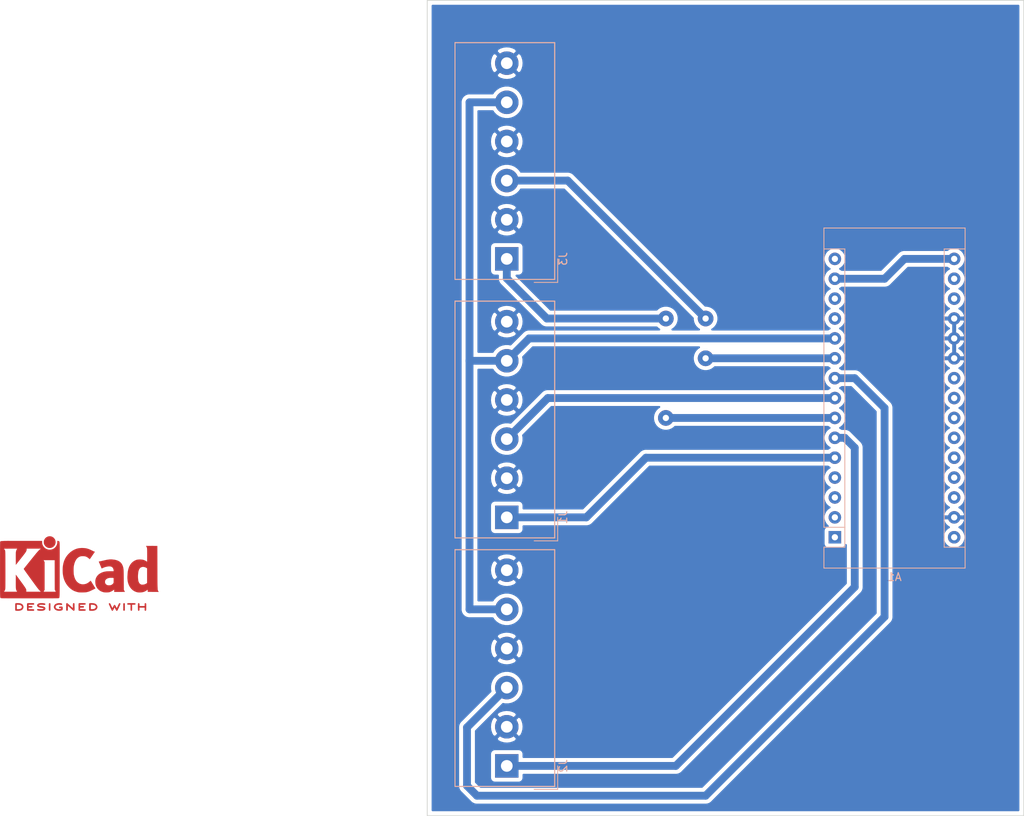
<source format=kicad_pcb>
(kicad_pcb (version 20171130) (host pcbnew "(5.1.4)-1")

  (general
    (thickness 1.6)
    (drawings 4)
    (tracks 42)
    (zones 0)
    (modules 5)
    (nets 27)
  )

  (page A4)
  (title_block
    (title "Placa CNC")
    (date 2019-11-08)
    (rev 1)
    (company SENAI)
    (comment 1 "Desenvolvido por GABRIEL MAXIMO DA SILVA")
  )

  (layers
    (0 F.Cu signal)
    (31 B.Cu signal)
    (32 B.Adhes user)
    (33 F.Adhes user)
    (34 B.Paste user)
    (35 F.Paste user)
    (36 B.SilkS user)
    (37 F.SilkS user)
    (38 B.Mask user)
    (39 F.Mask user)
    (40 Dwgs.User user)
    (41 Cmts.User user)
    (42 Eco1.User user)
    (43 Eco2.User user)
    (44 Edge.Cuts user)
    (45 Margin user)
    (46 B.CrtYd user)
    (47 F.CrtYd user)
    (48 B.Fab user)
    (49 F.Fab user)
  )

  (setup
    (last_trace_width 0.25)
    (user_trace_width 1)
    (trace_clearance 0.2)
    (zone_clearance 0.508)
    (zone_45_only no)
    (trace_min 0.2)
    (via_size 0.8)
    (via_drill 0.4)
    (via_min_size 0.4)
    (via_min_drill 0.3)
    (user_via 2 0.8)
    (uvia_size 0.3)
    (uvia_drill 0.1)
    (uvias_allowed no)
    (uvia_min_size 0.2)
    (uvia_min_drill 0.1)
    (edge_width 0.05)
    (segment_width 0.2)
    (pcb_text_width 0.3)
    (pcb_text_size 1.5 1.5)
    (mod_edge_width 0.12)
    (mod_text_size 1 1)
    (mod_text_width 0.15)
    (pad_size 1.524 1.524)
    (pad_drill 0.762)
    (pad_to_mask_clearance 0.051)
    (solder_mask_min_width 0.25)
    (aux_axis_origin 0 0)
    (visible_elements 7FFFFFFF)
    (pcbplotparams
      (layerselection 0x010fc_ffffffff)
      (usegerberextensions false)
      (usegerberattributes false)
      (usegerberadvancedattributes false)
      (creategerberjobfile false)
      (excludeedgelayer true)
      (linewidth 0.100000)
      (plotframeref false)
      (viasonmask false)
      (mode 1)
      (useauxorigin false)
      (hpglpennumber 1)
      (hpglpenspeed 20)
      (hpglpendiameter 15.000000)
      (psnegative false)
      (psa4output false)
      (plotreference true)
      (plotvalue true)
      (plotinvisibletext false)
      (padsonsilk false)
      (subtractmaskfromsilk false)
      (outputformat 1)
      (mirror false)
      (drillshape 1)
      (scaleselection 1)
      (outputdirectory ""))
  )

  (net 0 "")
  (net 1 Spindle)
  (net 2 Lim-Z)
  (net 3 "Net-(A1-Pad30)")
  (net 4 GND-Diver)
  (net 5 Lim-Y)
  (net 6 "Net-(A1-Pad28)")
  (net 7 Lim-x)
  (net 8 "Net-(A1-Pad27)")
  (net 9 Stepper)
  (net 10 "Net-(A1-Pad26)")
  (net 11 Dir-Z)
  (net 12 "Net-(A1-Pad25)")
  (net 13 Dir-Y)
  (net 14 "Net-(A1-Pad24)")
  (net 15 Dir-X)
  (net 16 "Net-(A1-Pad23)")
  (net 17 Step-Z)
  (net 18 "Net-(A1-Pad22)")
  (net 19 Step-Y)
  (net 20 Step-X)
  (net 21 "Net-(A1-Pad4)")
  (net 22 "Net-(A1-Pad3)")
  (net 23 "Net-(A1-Pad18)")
  (net 24 "Net-(A1-Pad2)")
  (net 25 "Net-(A1-Pad17)")
  (net 26 "Net-(A1-Pad1)")

  (net_class Default "Esta é a classe de rede padrão."
    (clearance 0.2)
    (trace_width 0.25)
    (via_dia 0.8)
    (via_drill 0.4)
    (uvia_dia 0.3)
    (uvia_drill 0.1)
    (add_net Dir-X)
    (add_net Dir-Y)
    (add_net Dir-Z)
    (add_net GND-Diver)
    (add_net Lim-Y)
    (add_net Lim-Z)
    (add_net Lim-x)
    (add_net "Net-(A1-Pad1)")
    (add_net "Net-(A1-Pad17)")
    (add_net "Net-(A1-Pad18)")
    (add_net "Net-(A1-Pad2)")
    (add_net "Net-(A1-Pad22)")
    (add_net "Net-(A1-Pad23)")
    (add_net "Net-(A1-Pad24)")
    (add_net "Net-(A1-Pad25)")
    (add_net "Net-(A1-Pad26)")
    (add_net "Net-(A1-Pad27)")
    (add_net "Net-(A1-Pad28)")
    (add_net "Net-(A1-Pad3)")
    (add_net "Net-(A1-Pad30)")
    (add_net "Net-(A1-Pad4)")
    (add_net Spindle)
    (add_net Step-X)
    (add_net Step-Y)
    (add_net Step-Z)
    (add_net Stepper)
  )

  (module Symbol:KiCad-Logo2_8mm_Copper (layer F.Cu) (tedit 0) (tstamp 5DC9D377)
    (at 57.15 119.38)
    (descr "KiCad Logo")
    (tags "Logo KiCad")
    (attr virtual)
    (fp_text reference REF** (at 0 -6.35) (layer F.SilkS) hide
      (effects (font (size 1 1) (thickness 0.15)))
    )
    (fp_text value KiCad-Logo2_8mm_Copper (at 0 7.62) (layer F.Fab) hide
      (effects (font (size 1 1) (thickness 0.15)))
    )
    (fp_poly (pts (xy -7.974708 4.606409) (xy -7.922143 4.606944) (xy -7.768119 4.61066) (xy -7.639125 4.621699)
      (xy -7.530763 4.641246) (xy -7.438638 4.670483) (xy -7.358353 4.710597) (xy -7.285512 4.762769)
      (xy -7.259495 4.785433) (xy -7.216337 4.838462) (xy -7.177421 4.910421) (xy -7.147427 4.990184)
      (xy -7.131035 5.066625) (xy -7.129332 5.094872) (xy -7.140005 5.173174) (xy -7.168607 5.258705)
      (xy -7.210011 5.339663) (xy -7.259095 5.404246) (xy -7.267067 5.412038) (xy -7.3346 5.466808)
      (xy -7.408552 5.509563) (xy -7.493188 5.541423) (xy -7.592771 5.563508) (xy -7.711566 5.576938)
      (xy -7.853834 5.582834) (xy -7.919 5.583334) (xy -8.001855 5.582935) (xy -8.060123 5.581266)
      (xy -8.09927 5.577622) (xy -8.124763 5.571293) (xy -8.142068 5.561574) (xy -8.151344 5.553274)
      (xy -8.160106 5.543192) (xy -8.166979 5.530185) (xy -8.172192 5.510769) (xy -8.175973 5.48146)
      (xy -8.178551 5.438773) (xy -8.180154 5.379225) (xy -8.181011 5.29933) (xy -8.181351 5.195605)
      (xy -8.181403 5.094872) (xy -8.181734 4.960519) (xy -8.181662 4.853192) (xy -8.180384 4.801795)
      (xy -7.986019 4.801795) (xy -7.986019 5.387949) (xy -7.862025 5.387835) (xy -7.787415 5.385696)
      (xy -7.709272 5.380183) (xy -7.644074 5.372472) (xy -7.64209 5.372155) (xy -7.536717 5.346678)
      (xy -7.454986 5.307) (xy -7.392816 5.250538) (xy -7.353314 5.189406) (xy -7.328974 5.121593)
      (xy -7.330861 5.057919) (xy -7.359109 4.989665) (xy -7.414362 4.919056) (xy -7.490927 4.866735)
      (xy -7.590449 4.831763) (xy -7.656961 4.819386) (xy -7.732461 4.810694) (xy -7.812479 4.804404)
      (xy -7.880538 4.801788) (xy -7.884569 4.801776) (xy -7.986019 4.801795) (xy -8.180384 4.801795)
      (xy -8.17959 4.769881) (xy -8.173915 4.707579) (xy -8.163041 4.663275) (xy -8.145368 4.63396)
      (xy -8.119297 4.616625) (xy -8.083229 4.608261) (xy -8.035566 4.605859) (xy -7.974708 4.606409)) (layer F.Cu) (width 0.01))
    (fp_poly (pts (xy -6.099384 4.606516) (xy -6.006976 4.607012) (xy -5.937227 4.608165) (xy -5.886437 4.610244)
      (xy -5.850905 4.613515) (xy -5.826932 4.618247) (xy -5.810818 4.624707) (xy -5.798863 4.633163)
      (xy -5.794533 4.637055) (xy -5.768205 4.678404) (xy -5.763465 4.725916) (xy -5.780784 4.768095)
      (xy -5.788793 4.77662) (xy -5.801746 4.784885) (xy -5.822602 4.791261) (xy -5.85523 4.796059)
      (xy -5.903496 4.799588) (xy -5.971268 4.802158) (xy -6.062414 4.804081) (xy -6.145745 4.805251)
      (xy -6.475546 4.80931) (xy -6.48456 4.98215) (xy -6.260696 4.98215) (xy -6.163508 4.982989)
      (xy -6.092357 4.986496) (xy -6.043245 4.994159) (xy -6.012171 5.007467) (xy -5.995138 5.027905)
      (xy -5.988146 5.056963) (xy -5.987084 5.083931) (xy -5.990384 5.117021) (xy -6.002837 5.141404)
      (xy -6.028274 5.158353) (xy -6.070525 5.169143) (xy -6.13342 5.175048) (xy -6.220789 5.177341)
      (xy -6.268475 5.177535) (xy -6.48306 5.177535) (xy -6.48306 5.387949) (xy -6.152409 5.387949)
      (xy -6.044024 5.3881) (xy -5.961651 5.388778) (xy -5.901243 5.39032) (xy -5.858753 5.393063)
      (xy -5.830135 5.397345) (xy -5.811342 5.403503) (xy -5.798328 5.411873) (xy -5.791699 5.418008)
      (xy -5.768961 5.453813) (xy -5.76164 5.485641) (xy -5.772093 5.524518) (xy -5.791699 5.553274)
      (xy -5.802159 5.562327) (xy -5.815662 5.569357) (xy -5.83584 5.574618) (xy -5.866325 5.578365)
      (xy -5.910749 5.580854) (xy -5.972745 5.582339) (xy -6.055945 5.583075) (xy -6.163981 5.583318)
      (xy -6.220043 5.583334) (xy -6.340098 5.583227) (xy -6.433728 5.582739) (xy -6.504563 5.581613)
      (xy -6.556235 5.579595) (xy -6.592377 5.57643) (xy -6.616622 5.571863) (xy -6.632601 5.56564)
      (xy -6.643947 5.557504) (xy -6.648386 5.553274) (xy -6.657171 5.54316) (xy -6.664058 5.530112)
      (xy -6.669275 5.510634) (xy -6.673053 5.481228) (xy -6.675624 5.438398) (xy -6.677218 5.378648)
      (xy -6.678065 5.298481) (xy -6.678396 5.194401) (xy -6.678445 5.097492) (xy -6.6784 4.973387)
      (xy -6.678088 4.87583) (xy -6.677242 4.80131) (xy -6.675596 4.746315) (xy -6.672883 4.707334)
      (xy -6.668837 4.680857) (xy -6.663191 4.66337) (xy -6.65568 4.651364) (xy -6.646036 4.641327)
      (xy -6.64366 4.63909) (xy -6.632129 4.629183) (xy -6.618732 4.621512) (xy -6.59975 4.61579)
      (xy -6.571469 4.611732) (xy -6.530172 4.609052) (xy -6.472142 4.607466) (xy -6.393663 4.606688)
      (xy -6.29102 4.606432) (xy -6.21815 4.60641) (xy -6.099384 4.606516)) (layer F.Cu) (width 0.01))
    (fp_poly (pts (xy -4.739942 4.608121) (xy -4.640337 4.615084) (xy -4.547698 4.625959) (xy -4.467412 4.640338)
      (xy -4.404862 4.65781) (xy -4.365435 4.677966) (xy -4.359383 4.683899) (xy -4.338338 4.729939)
      (xy -4.34472 4.777204) (xy -4.377361 4.817642) (xy -4.378918 4.818801) (xy -4.398117 4.831261)
      (xy -4.418159 4.837813) (xy -4.446114 4.838608) (xy -4.489053 4.8338) (xy -4.554045 4.823539)
      (xy -4.559273 4.822675) (xy -4.656115 4.810778) (xy -4.760598 4.804909) (xy -4.865389 4.804852)
      (xy -4.963156 4.810391) (xy -5.046566 4.821309) (xy -5.108287 4.837389) (xy -5.112342 4.839005)
      (xy -5.157118 4.864093) (xy -5.17285 4.889482) (xy -5.160534 4.914451) (xy -5.121169 4.93828)
      (xy -5.055752 4.960246) (xy -4.96528 4.97963) (xy -4.904954 4.988962) (xy -4.779554 5.006913)
      (xy -4.679819 5.023323) (xy -4.6015 5.039612) (xy -4.540347 5.057202) (xy -4.492113 5.077513)
      (xy -4.452549 5.101967) (xy -4.417406 5.131984) (xy -4.389165 5.16146) (xy -4.355662 5.202531)
      (xy -4.339173 5.237846) (xy -4.334017 5.281357) (xy -4.33383 5.297292) (xy -4.337702 5.350169)
      (xy -4.353181 5.389507) (xy -4.379969 5.424424) (xy -4.434413 5.477798) (xy -4.495124 5.518502)
      (xy -4.566612 5.547864) (xy -4.65339 5.567211) (xy -4.759968 5.57787) (xy -4.890857 5.581169)
      (xy -4.912469 5.581113) (xy -4.999752 5.579304) (xy -5.086313 5.575193) (xy -5.162716 5.56937)
      (xy -5.219524 5.562425) (xy -5.224118 5.561628) (xy -5.280599 5.548248) (xy -5.328506 5.531346)
      (xy -5.355627 5.515895) (xy -5.380865 5.47513) (xy -5.382623 5.427662) (xy -5.360866 5.385359)
      (xy -5.355998 5.380576) (xy -5.335876 5.366363) (xy -5.310712 5.36024) (xy -5.271767 5.361282)
      (xy -5.224489 5.366698) (xy -5.171659 5.371537) (xy -5.097602 5.375619) (xy -5.011145 5.378582)
      (xy -4.921117 5.380061) (xy -4.897439 5.380158) (xy -4.807076 5.379794) (xy -4.740943 5.37804)
      (xy -4.693221 5.374287) (xy -4.658092 5.367927) (xy -4.629736 5.358351) (xy -4.612695 5.350375)
      (xy -4.57525 5.328229) (xy -4.551375 5.308172) (xy -4.547886 5.302487) (xy -4.555247 5.279009)
      (xy -4.590241 5.256281) (xy -4.650442 5.235334) (xy -4.733425 5.2172) (xy -4.757874 5.213161)
      (xy -4.885576 5.193103) (xy -4.987494 5.176338) (xy -5.06756 5.161647) (xy -5.129708 5.147812)
      (xy -5.177872 5.133615) (xy -5.215986 5.117837) (xy -5.247984 5.09926) (xy -5.277798 5.076666)
      (xy -5.309364 5.048837) (xy -5.319986 5.03908) (xy -5.357227 5.002666) (xy -5.376941 4.973816)
      (xy -5.384653 4.940802) (xy -5.385901 4.899199) (xy -5.372169 4.817615) (xy -5.331132 4.748298)
      (xy -5.263024 4.691472) (xy -5.168081 4.647361) (xy -5.100338 4.627576) (xy -5.026713 4.614797)
      (xy -4.938515 4.607568) (xy -4.84113 4.605479) (xy -4.739942 4.608121)) (layer F.Cu) (width 0.01))
    (fp_poly (pts (xy -3.717617 4.63647) (xy -3.708855 4.646552) (xy -3.701982 4.659559) (xy -3.696769 4.678975)
      (xy -3.692988 4.708284) (xy -3.69041 4.750971) (xy -3.688807 4.810519) (xy -3.687949 4.890414)
      (xy -3.68761 4.99414) (xy -3.687557 5.094872) (xy -3.68765 5.219816) (xy -3.688081 5.318185)
      (xy -3.689077 5.393465) (xy -3.690869 5.449138) (xy -3.693683 5.48869) (xy -3.69775 5.515605)
      (xy -3.703296 5.533367) (xy -3.710551 5.545461) (xy -3.717617 5.553274) (xy -3.761556 5.579476)
      (xy -3.808374 5.577125) (xy -3.850263 5.548548) (xy -3.859888 5.537391) (xy -3.867409 5.524447)
      (xy -3.873088 5.506136) (xy -3.877181 5.478882) (xy -3.879949 5.439104) (xy -3.88165 5.383226)
      (xy -3.882543 5.307668) (xy -3.882887 5.208852) (xy -3.882942 5.096978) (xy -3.882942 4.680192)
      (xy -3.846051 4.643301) (xy -3.800579 4.612264) (xy -3.75647 4.611145) (xy -3.717617 4.63647)) (layer F.Cu) (width 0.01))
    (fp_poly (pts (xy -2.421216 4.613776) (xy -2.329995 4.629082) (xy -2.259936 4.652875) (xy -2.214358 4.684204)
      (xy -2.201938 4.702078) (xy -2.189308 4.743649) (xy -2.197807 4.781256) (xy -2.224639 4.816919)
      (xy -2.26633 4.833603) (xy -2.326824 4.832248) (xy -2.373613 4.823209) (xy -2.477582 4.805987)
      (xy -2.583834 4.804351) (xy -2.702763 4.818329) (xy -2.735614 4.824252) (xy -2.846199 4.855431)
      (xy -2.932713 4.90181) (xy -2.994207 4.962599) (xy -3.029732 5.037008) (xy -3.037079 5.075478)
      (xy -3.03227 5.153527) (xy -3.00122 5.222581) (xy -2.94676 5.281293) (xy -2.871718 5.328317)
      (xy -2.778924 5.362307) (xy -2.671206 5.381918) (xy -2.551395 5.385805) (xy -2.422319 5.37262)
      (xy -2.415031 5.371376) (xy -2.363692 5.361814) (xy -2.335226 5.352578) (xy -2.322888 5.338873)
      (xy -2.319932 5.315906) (xy -2.319865 5.303743) (xy -2.319865 5.252683) (xy -2.411031 5.252683)
      (xy -2.491536 5.247168) (xy -2.546475 5.229594) (xy -2.57844 5.198417) (xy -2.590026 5.152094)
      (xy -2.590167 5.146048) (xy -2.583389 5.106453) (xy -2.560145 5.078181) (xy -2.516884 5.059471)
      (xy -2.450055 5.048564) (xy -2.385324 5.044554) (xy -2.291241 5.042253) (xy -2.222998 5.045764)
      (xy -2.176455 5.058719) (xy -2.147472 5.08475) (xy -2.131909 5.127491) (xy -2.125625 5.190574)
      (xy -2.12448 5.273428) (xy -2.126356 5.36591) (xy -2.132 5.428818) (xy -2.141436 5.462403)
      (xy -2.143267 5.465033) (xy -2.195079 5.506998) (xy -2.271044 5.540232) (xy -2.366346 5.564023)
      (xy -2.47617 5.577663) (xy -2.5957 5.580442) (xy -2.72012 5.571649) (xy -2.793297 5.560849)
      (xy -2.908074 5.528362) (xy -3.01475 5.47525) (xy -3.104065 5.406319) (xy -3.11764 5.392542)
      (xy -3.161746 5.334622) (xy -3.201543 5.26284) (xy -3.232381 5.187583) (xy -3.249611 5.119241)
      (xy -3.251688 5.092993) (xy -3.242847 5.038241) (xy -3.219349 4.970119) (xy -3.185703 4.898414)
      (xy -3.146418 4.832913) (xy -3.111709 4.789162) (xy -3.030557 4.724083) (xy -2.925652 4.672285)
      (xy -2.800754 4.634938) (xy -2.659621 4.613217) (xy -2.530279 4.607909) (xy -2.421216 4.613776)) (layer F.Cu) (width 0.01))
    (fp_poly (pts (xy -1.555874 4.612244) (xy -1.524499 4.630649) (xy -1.483476 4.660749) (xy -1.430678 4.70396)
      (xy -1.363979 4.761702) (xy -1.281253 4.835392) (xy -1.180374 4.926448) (xy -1.064895 5.031138)
      (xy -0.824421 5.249207) (xy -0.816906 4.956508) (xy -0.814193 4.855754) (xy -0.811576 4.780722)
      (xy -0.808474 4.727084) (xy -0.80431 4.69051) (xy -0.798505 4.666671) (xy -0.790478 4.651238)
      (xy -0.779651 4.639882) (xy -0.77391 4.63511) (xy -0.727937 4.609877) (xy -0.684191 4.613566)
      (xy -0.649489 4.635123) (xy -0.614007 4.663835) (xy -0.609594 5.08315) (xy -0.608373 5.206471)
      (xy -0.607751 5.303348) (xy -0.607944 5.377394) (xy -0.609168 5.432221) (xy -0.611638 5.471443)
      (xy -0.615568 5.498673) (xy -0.621174 5.517523) (xy -0.628672 5.531605) (xy -0.636987 5.542899)
      (xy -0.654976 5.563846) (xy -0.672875 5.577731) (xy -0.693166 5.58306) (xy -0.718332 5.57834)
      (xy -0.750854 5.562077) (xy -0.793217 5.532777) (xy -0.847902 5.488946) (xy -0.917391 5.429091)
      (xy -1.004169 5.351718) (xy -1.102469 5.262814) (xy -1.455664 4.942435) (xy -1.463179 5.234177)
      (xy -1.465897 5.334747) (xy -1.468521 5.409604) (xy -1.471633 5.463084) (xy -1.475816 5.499526)
      (xy -1.481651 5.523268) (xy -1.48972 5.538646) (xy -1.500605 5.55) (xy -1.506175 5.554626)
      (xy -1.55541 5.580042) (xy -1.601931 5.576209) (xy -1.642443 5.543733) (xy -1.65171 5.530667)
      (xy -1.658933 5.515409) (xy -1.664366 5.494296) (xy -1.668262 5.463669) (xy -1.670875 5.419866)
      (xy -1.672461 5.359227) (xy -1.673272 5.278091) (xy -1.673562 5.172797) (xy -1.673593 5.094872)
      (xy -1.673495 4.972988) (xy -1.673033 4.877503) (xy -1.671951 4.804755) (xy -1.669997 4.751083)
      (xy -1.666916 4.712827) (xy -1.662454 4.686327) (xy -1.656357 4.66792) (xy -1.648371 4.653948)
      (xy -1.642443 4.646011) (xy -1.627416 4.627212) (xy -1.613372 4.613017) (xy -1.598184 4.604846)
      (xy -1.579727 4.604116) (xy -1.555874 4.612244)) (layer F.Cu) (width 0.01))
    (fp_poly (pts (xy 0.481716 4.606667) (xy 0.583377 4.607884) (xy 0.661282 4.61073) (xy 0.718581 4.615874)
      (xy 0.758427 4.623984) (xy 0.783968 4.635731) (xy 0.798357 4.651782) (xy 0.804745 4.672808)
      (xy 0.806281 4.699476) (xy 0.806289 4.702626) (xy 0.804955 4.73279) (xy 0.798651 4.756103)
      (xy 0.783922 4.773506) (xy 0.757315 4.78594) (xy 0.715374 4.794345) (xy 0.654646 4.799665)
      (xy 0.571676 4.802839) (xy 0.463011 4.804809) (xy 0.429705 4.805245) (xy 0.107413 4.80931)
      (xy 0.102906 4.89573) (xy 0.098398 4.98215) (xy 0.322263 4.98215) (xy 0.409721 4.982473)
      (xy 0.472169 4.983837) (xy 0.514654 4.986839) (xy 0.542223 4.992073) (xy 0.559922 5.000135)
      (xy 0.572797 5.01162) (xy 0.57288 5.011711) (xy 0.59623 5.056471) (xy 0.595386 5.104847)
      (xy 0.570879 5.146086) (xy 0.566029 5.150325) (xy 0.548815 5.161249) (xy 0.525226 5.168849)
      (xy 0.490007 5.173697) (xy 0.4379 5.176366) (xy 0.36365 5.177428) (xy 0.316162 5.177535)
      (xy 0.099898 5.177535) (xy 0.099898 5.387949) (xy 0.42822 5.387949) (xy 0.536618 5.388139)
      (xy 0.618935 5.388914) (xy 0.679149 5.390584) (xy 0.721235 5.393458) (xy 0.749171 5.397847)
      (xy 0.766934 5.404059) (xy 0.7785 5.412404) (xy 0.781415 5.415434) (xy 0.802936 5.457434)
      (xy 0.80451 5.505214) (xy 0.786855 5.546642) (xy 0.772885 5.559937) (xy 0.758354 5.567256)
      (xy 0.735838 5.572919) (xy 0.701776 5.577123) (xy 0.652607 5.580068) (xy 0.584768 5.581951)
      (xy 0.494698 5.58297) (xy 0.378837 5.583325) (xy 0.352643 5.583334) (xy 0.234839 5.583256)
      (xy 0.143396 5.582831) (xy 0.074614 5.581766) (xy 0.024796 5.579769) (xy -0.00976 5.57655)
      (xy -0.03275 5.571816) (xy -0.047874 5.565277) (xy -0.058831 5.556641) (xy -0.064842 5.55044)
      (xy -0.07389 5.539457) (xy -0.080958 5.525852) (xy -0.086291 5.506056) (xy -0.090132 5.476502)
      (xy -0.092725 5.433621) (xy -0.094313 5.373845) (xy -0.095139 5.293607) (xy -0.095448 5.189339)
      (xy -0.095486 5.10158) (xy -0.095392 4.978608) (xy -0.094943 4.882069) (xy -0.093892 4.808339)
      (xy -0.09199 4.75379) (xy -0.088991 4.714799) (xy -0.084645 4.687739) (xy -0.078706 4.668984)
      (xy -0.070925 4.65491) (xy -0.064336 4.646011) (xy -0.033186 4.60641) (xy 0.353148 4.60641)
      (xy 0.481716 4.606667)) (layer F.Cu) (width 0.01))
    (fp_poly (pts (xy 1.530783 4.606687) (xy 1.702501 4.612493) (xy 1.848555 4.630101) (xy 1.971353 4.660563)
      (xy 2.073303 4.704935) (xy 2.156814 4.764271) (xy 2.224293 4.839624) (xy 2.278149 4.93205)
      (xy 2.279208 4.934304) (xy 2.311349 5.017024) (xy 2.322801 5.090284) (xy 2.31352 5.164012)
      (xy 2.283461 5.248135) (xy 2.277761 5.260937) (xy 2.238885 5.335862) (xy 2.195195 5.393757)
      (xy 2.138806 5.442972) (xy 2.061838 5.491857) (xy 2.057366 5.494409) (xy 1.990363 5.526595)
      (xy 1.914631 5.550632) (xy 1.825304 5.567351) (xy 1.717515 5.577579) (xy 1.586398 5.582146)
      (xy 1.540072 5.582543) (xy 1.319476 5.583334) (xy 1.288326 5.543733) (xy 1.279086 5.530711)
      (xy 1.271878 5.515504) (xy 1.26645 5.494466) (xy 1.262551 5.46395) (xy 1.259929 5.420311)
      (xy 1.259074 5.387949) (xy 1.467591 5.387949) (xy 1.592582 5.387949) (xy 1.665723 5.38581)
      (xy 1.740807 5.380181) (xy 1.80243 5.372243) (xy 1.806149 5.371575) (xy 1.915599 5.342212)
      (xy 2.000494 5.298097) (xy 2.063518 5.237183) (xy 2.10736 5.157424) (xy 2.114983 5.136284)
      (xy 2.122456 5.103362) (xy 2.119221 5.070836) (xy 2.103479 5.027564) (xy 2.09399 5.006307)
      (xy 2.062917 4.94982) (xy 2.025479 4.910191) (xy 1.984287 4.882594) (xy 1.901776 4.846682)
      (xy 1.796179 4.820668) (xy 1.673164 4.805688) (xy 1.58407 4.802392) (xy 1.467591 4.801795)
      (xy 1.467591 5.387949) (xy 1.259074 5.387949) (xy 1.258332 5.3599) (xy 1.25751 5.279072)
      (xy 1.25721 5.174181) (xy 1.257176 5.092162) (xy 1.257176 4.680192) (xy 1.294067 4.643301)
      (xy 1.31044 4.628348) (xy 1.328143 4.618108) (xy 1.352865 4.611701) (xy 1.390294 4.608247)
      (xy 1.446119 4.606867) (xy 1.526028 4.606681) (xy 1.530783 4.606687)) (layer F.Cu) (width 0.01))
    (fp_poly (pts (xy 5.160547 4.60903) (xy 5.186628 4.61835) (xy 5.187634 4.618806) (xy 5.223052 4.645834)
      (xy 5.242566 4.673636) (xy 5.246384 4.686672) (xy 5.246195 4.703992) (xy 5.240822 4.728667)
      (xy 5.229088 4.763764) (xy 5.209813 4.812353) (xy 5.181822 4.877502) (xy 5.143936 4.962281)
      (xy 5.094978 5.069759) (xy 5.068031 5.128503) (xy 5.01937 5.233373) (xy 4.97369 5.329814)
      (xy 4.932734 5.414298) (xy 4.898246 5.4833) (xy 4.871969 5.533294) (xy 4.855646 5.560754)
      (xy 4.852416 5.564547) (xy 4.811089 5.58128) (xy 4.764409 5.579039) (xy 4.72697 5.558687)
      (xy 4.725444 5.557032) (xy 4.710551 5.534486) (xy 4.685569 5.490571) (xy 4.653579 5.43094)
      (xy 4.61766 5.361246) (xy 4.604752 5.335563) (xy 4.507314 5.140397) (xy 4.401106 5.352407)
      (xy 4.363197 5.425661) (xy 4.328027 5.48919) (xy 4.298468 5.538131) (xy 4.277394 5.567622)
      (xy 4.270252 5.573876) (xy 4.214738 5.582345) (xy 4.168929 5.564547) (xy 4.155454 5.545525)
      (xy 4.132136 5.503249) (xy 4.100877 5.44188) (xy 4.06358 5.365576) (xy 4.022146 5.278499)
      (xy 3.978478 5.184807) (xy 3.934478 5.088661) (xy 3.892048 4.994221) (xy 3.85309 4.905645)
      (xy 3.819507 4.827096) (xy 3.793201 4.762731) (xy 3.776074 4.716711) (xy 3.770029 4.693197)
      (xy 3.770091 4.692345) (xy 3.7848 4.662756) (xy 3.814202 4.63262) (xy 3.815933 4.631308)
      (xy 3.85207 4.610882) (xy 3.885494 4.61108) (xy 3.898022 4.614931) (xy 3.913287 4.623253)
      (xy 3.929498 4.639625) (xy 3.948599 4.667442) (xy 3.972535 4.7101) (xy 4.003251 4.770995)
      (xy 4.042691 4.853525) (xy 4.078258 4.929707) (xy 4.119177 5.018014) (xy 4.155844 5.097426)
      (xy 4.186354 5.163796) (xy 4.208802 5.212975) (xy 4.221283 5.240813) (xy 4.223103 5.245168)
      (xy 4.23129 5.238049) (xy 4.250105 5.208241) (xy 4.277046 5.160096) (xy 4.309608 5.097963)
      (xy 4.322566 5.072328) (xy 4.36646 4.985765) (xy 4.400311 4.922725) (xy 4.426897 4.879542)
      (xy 4.448995 4.852552) (xy 4.469384 4.838088) (xy 4.49084 4.832487) (xy 4.504823 4.831854)
      (xy 4.529488 4.83404) (xy 4.551102 4.843079) (xy 4.572578 4.862697) (xy 4.59683 4.896617)
      (xy 4.62677 4.948562) (xy 4.665313 5.022258) (xy 4.686578 5.06418) (xy 4.721072 5.130994)
      (xy 4.751156 5.186401) (xy 4.774177 5.225727) (xy 4.78748 5.244296) (xy 4.789289 5.245069)
      (xy 4.79788 5.230455) (xy 4.817114 5.192507) (xy 4.845065 5.135196) (xy 4.879807 5.062496)
      (xy 4.919413 4.978376) (xy 4.938896 4.936594) (xy 4.98958 4.828763) (xy 5.030393 4.74579)
      (xy 5.063454 4.684966) (xy 5.090881 4.643585) (xy 5.114792 4.61894) (xy 5.137308 4.608324)
      (xy 5.160547 4.60903)) (layer F.Cu) (width 0.01))
    (fp_poly (pts (xy 5.751604 4.615477) (xy 5.783174 4.635142) (xy 5.818656 4.663873) (xy 5.818656 5.091966)
      (xy 5.818543 5.21719) (xy 5.818059 5.315847) (xy 5.816986 5.39143) (xy 5.815108 5.447433)
      (xy 5.812206 5.487347) (xy 5.808063 5.514666) (xy 5.802462 5.532881) (xy 5.795185 5.545486)
      (xy 5.790024 5.551696) (xy 5.748168 5.57898) (xy 5.700505 5.577867) (xy 5.658753 5.554602)
      (xy 5.623271 5.525871) (xy 5.623271 4.663873) (xy 5.658753 4.635142) (xy 5.692998 4.614242)
      (xy 5.720963 4.60641) (xy 5.751604 4.615477)) (layer F.Cu) (width 0.01))
    (fp_poly (pts (xy 6.782677 4.606539) (xy 6.887465 4.607043) (xy 6.968799 4.608096) (xy 7.02998 4.609876)
      (xy 7.074311 4.612557) (xy 7.105094 4.616314) (xy 7.125631 4.621325) (xy 7.139225 4.627763)
      (xy 7.145803 4.632712) (xy 7.179944 4.676029) (xy 7.184074 4.721003) (xy 7.162976 4.76186)
      (xy 7.149179 4.778186) (xy 7.134332 4.789318) (xy 7.112815 4.79625) (xy 7.079008 4.799977)
      (xy 7.027292 4.801494) (xy 6.952047 4.801794) (xy 6.937269 4.801795) (xy 6.742975 4.801795)
      (xy 6.742975 5.162505) (xy 6.742847 5.276201) (xy 6.742266 5.363685) (xy 6.740936 5.428802)
      (xy 6.73856 5.475398) (xy 6.734844 5.507319) (xy 6.729492 5.528412) (xy 6.722207 5.542523)
      (xy 6.712916 5.553274) (xy 6.669071 5.579696) (xy 6.6233 5.577614) (xy 6.58179 5.547469)
      (xy 6.578741 5.543733) (xy 6.568812 5.52961) (xy 6.561248 5.513086) (xy 6.555729 5.490146)
      (xy 6.551933 5.456773) (xy 6.549542 5.408955) (xy 6.548234 5.342674) (xy 6.547691 5.253918)
      (xy 6.547591 5.152963) (xy 6.547591 4.801795) (xy 6.36205 4.801795) (xy 6.282427 4.801256)
      (xy 6.227304 4.799157) (xy 6.191132 4.794771) (xy 6.168362 4.787376) (xy 6.153447 4.776245)
      (xy 6.151636 4.77431) (xy 6.129858 4.730057) (xy 6.131784 4.680029) (xy 6.156821 4.63647)
      (xy 6.166504 4.62802) (xy 6.178988 4.621321) (xy 6.197603 4.616169) (xy 6.225677 4.612361)
      (xy 6.266541 4.609697) (xy 6.323522 4.607972) (xy 6.399952 4.606984) (xy 6.499157 4.606532)
      (xy 6.624469 4.606412) (xy 6.651133 4.60641) (xy 6.782677 4.606539)) (layer F.Cu) (width 0.01))
    (fp_poly (pts (xy 8.467859 4.613688) (xy 8.509635 4.643301) (xy 8.546525 4.680192) (xy 8.546525 5.092162)
      (xy 8.546429 5.214486) (xy 8.545972 5.310398) (xy 8.544903 5.383544) (xy 8.542971 5.43757)
      (xy 8.539923 5.476123) (xy 8.535509 5.502848) (xy 8.529476 5.521394) (xy 8.521574 5.535405)
      (xy 8.515375 5.543733) (xy 8.474461 5.576449) (xy 8.427482 5.58) (xy 8.384544 5.559937)
      (xy 8.370356 5.548092) (xy 8.360872 5.532358) (xy 8.355151 5.507022) (xy 8.352253 5.46637)
      (xy 8.351238 5.404688) (xy 8.351141 5.357038) (xy 8.351141 5.177535) (xy 7.689839 5.177535)
      (xy 7.689839 5.340833) (xy 7.689155 5.415505) (xy 7.686419 5.466824) (xy 7.680604 5.501477)
      (xy 7.670684 5.526155) (xy 7.658689 5.543733) (xy 7.617546 5.576357) (xy 7.571017 5.58022)
      (xy 7.526473 5.557032) (xy 7.514312 5.544876) (xy 7.505723 5.528761) (xy 7.500058 5.50366)
      (xy 7.496669 5.464544) (xy 7.494908 5.406386) (xy 7.494128 5.324158) (xy 7.494036 5.305286)
      (xy 7.493392 5.150357) (xy 7.49306 5.022674) (xy 7.493168 4.919427) (xy 7.493845 4.837803)
      (xy 7.495218 4.774992) (xy 7.497416 4.728181) (xy 7.500566 4.694559) (xy 7.504798 4.671315)
      (xy 7.510238 4.655636) (xy 7.517015 4.644711) (xy 7.524514 4.63647) (xy 7.566933 4.610107)
      (xy 7.611172 4.613688) (xy 7.652948 4.643301) (xy 7.669853 4.662407) (xy 7.680629 4.683511)
      (xy 7.686641 4.713568) (xy 7.689256 4.759533) (xy 7.689839 4.82836) (xy 7.689839 4.98215)
      (xy 8.351141 4.98215) (xy 8.351141 4.824339) (xy 8.351816 4.751636) (xy 8.354526 4.702545)
      (xy 8.360301 4.670636) (xy 8.370169 4.649478) (xy 8.3812 4.63647) (xy 8.423619 4.610107)
      (xy 8.467859 4.613688)) (layer F.Cu) (width 0.01))
    (fp_poly (pts (xy -3.602318 -3.916067) (xy -3.466071 -3.868828) (xy -3.339221 -3.794473) (xy -3.225933 -3.693013)
      (xy -3.130372 -3.564457) (xy -3.087446 -3.483428) (xy -3.050295 -3.370092) (xy -3.032288 -3.239249)
      (xy -3.034283 -3.104735) (xy -3.056423 -2.982842) (xy -3.116936 -2.833893) (xy -3.204686 -2.704691)
      (xy -3.315212 -2.597777) (xy -3.444054 -2.515694) (xy -3.586753 -2.460984) (xy -3.738849 -2.43619)
      (xy -3.895881 -2.443853) (xy -3.973286 -2.460228) (xy -4.124141 -2.518911) (xy -4.258125 -2.608457)
      (xy -4.372006 -2.726107) (xy -4.462552 -2.869098) (xy -4.470212 -2.884714) (xy -4.496694 -2.943314)
      (xy -4.513322 -2.992666) (xy -4.52235 -3.04473) (xy -4.526032 -3.111461) (xy -4.526643 -3.184071)
      (xy -4.525633 -3.271309) (xy -4.521072 -3.334376) (xy -4.510666 -3.385364) (xy -4.492121 -3.436367)
      (xy -4.46923 -3.486687) (xy -4.383846 -3.62953) (xy -4.278699 -3.74519) (xy -4.157955 -3.833675)
      (xy -4.025779 -3.894995) (xy -3.886337 -3.929161) (xy -3.743795 -3.936182) (xy -3.602318 -3.916067)) (layer F.Cu) (width 0.01))
    (fp_poly (pts (xy 9.041571 -2.699911) (xy 9.195876 -2.699277) (xy 9.248321 -2.698958) (xy 9.9695 -2.694214)
      (xy 9.978571 0.072572) (xy 9.979769 0.447756) (xy 9.980832 0.788417) (xy 9.981827 1.096318)
      (xy 9.982823 1.373221) (xy 9.983888 1.620888) (xy 9.985091 1.841081) (xy 9.986499 2.035562)
      (xy 9.988182 2.206094) (xy 9.990206 2.35444) (xy 9.992641 2.482361) (xy 9.995554 2.59162)
      (xy 9.999015 2.683979) (xy 10.00309 2.7612) (xy 10.007849 2.825046) (xy 10.01336 2.877278)
      (xy 10.019691 2.91966) (xy 10.02691 2.953953) (xy 10.035085 2.98192) (xy 10.044285 3.005324)
      (xy 10.054577 3.025925) (xy 10.066031 3.045487) (xy 10.078715 3.065772) (xy 10.092695 3.088543)
      (xy 10.095561 3.093393) (xy 10.14364 3.175433) (xy 8.753928 3.165929) (xy 8.744857 3.013295)
      (xy 8.739918 2.940045) (xy 8.734771 2.897696) (xy 8.727786 2.880892) (xy 8.717337 2.884277)
      (xy 8.708571 2.89396) (xy 8.670388 2.929229) (xy 8.608155 2.974563) (xy 8.530641 3.024546)
      (xy 8.446613 3.073761) (xy 8.364839 3.116791) (xy 8.302052 3.145101) (xy 8.154954 3.191624)
      (xy 7.98618 3.224579) (xy 7.808191 3.242707) (xy 7.633447 3.24475) (xy 7.474407 3.229447)
      (xy 7.471788 3.229009) (xy 7.254168 3.174402) (xy 7.050455 3.087401) (xy 6.862613 2.969876)
      (xy 6.692607 2.823697) (xy 6.542402 2.650734) (xy 6.413964 2.452857) (xy 6.309257 2.231936)
      (xy 6.252246 2.068286) (xy 6.214651 1.931375) (xy 6.186771 1.798798) (xy 6.167753 1.662502)
      (xy 6.156745 1.514433) (xy 6.152895 1.346537) (xy 6.1546 1.20944) (xy 7.493359 1.20944)
      (xy 7.499694 1.439329) (xy 7.519679 1.637111) (xy 7.553927 1.804539) (xy 7.603055 1.943369)
      (xy 7.667676 2.055358) (xy 7.748405 2.142259) (xy 7.841591 2.203692) (xy 7.89008 2.226626)
      (xy 7.932134 2.240375) (xy 7.97902 2.246666) (xy 8.042004 2.247222) (xy 8.109857 2.244773)
      (xy 8.243295 2.233004) (xy 8.348832 2.209955) (xy 8.382 2.19841) (xy 8.457735 2.164311)
      (xy 8.537614 2.121491) (xy 8.5725 2.100057) (xy 8.663214 2.040556) (xy 8.663214 0.154584)
      (xy 8.563428 0.094771) (xy 8.424267 0.027185) (xy 8.282087 -0.012786) (xy 8.14209 -0.025378)
      (xy 8.009474 -0.010827) (xy 7.88944 0.030632) (xy 7.787188 0.098763) (xy 7.754195 0.131466)
      (xy 7.674667 0.238619) (xy 7.610299 0.368327) (xy 7.560553 0.522814) (xy 7.524891 0.704302)
      (xy 7.502775 0.915015) (xy 7.493667 1.157175) (xy 7.493359 1.20944) (xy 6.1546 1.20944)
      (xy 6.15531 1.152374) (xy 6.170605 0.853713) (xy 6.201358 0.584325) (xy 6.248381 0.340285)
      (xy 6.312482 0.11767) (xy 6.394472 -0.087444) (xy 6.42373 -0.148254) (xy 6.541581 -0.34656)
      (xy 6.683996 -0.522788) (xy 6.847629 -0.674092) (xy 7.029131 -0.797629) (xy 7.225153 -0.890553)
      (xy 7.342655 -0.928885) (xy 7.458054 -0.951641) (xy 7.596907 -0.96518) (xy 7.747574 -0.969508)
      (xy 7.898413 -0.964632) (xy 8.037785 -0.950556) (xy 8.149691 -0.928475) (xy 8.282884 -0.885172)
      (xy 8.411979 -0.829489) (xy 8.524928 -0.767064) (xy 8.585043 -0.724697) (xy 8.62651 -0.693193)
      (xy 8.655545 -0.67401) (xy 8.66215 -0.671286) (xy 8.664198 -0.688837) (xy 8.666107 -0.739125)
      (xy 8.667836 -0.8186) (xy 8.669341 -0.923714) (xy 8.670581 -1.050917) (xy 8.671513 -1.196661)
      (xy 8.672095 -1.357397) (xy 8.672286 -1.521116) (xy 8.672179 -1.730812) (xy 8.671658 -1.907604)
      (xy 8.670416 -2.054874) (xy 8.668148 -2.176003) (xy 8.66455 -2.274373) (xy 8.659317 -2.353366)
      (xy 8.652144 -2.416362) (xy 8.642726 -2.466745) (xy 8.630758 -2.507895) (xy 8.615935 -2.543194)
      (xy 8.597952 -2.576023) (xy 8.576505 -2.609765) (xy 8.573745 -2.613943) (xy 8.546083 -2.657644)
      (xy 8.529382 -2.687695) (xy 8.527143 -2.694033) (xy 8.544643 -2.696033) (xy 8.594574 -2.69766)
      (xy 8.673085 -2.698888) (xy 8.776323 -2.699689) (xy 8.900436 -2.700039) (xy 9.041571 -2.699911)) (layer F.Cu) (width 0.01))
    (fp_poly (pts (xy 4.185632 -0.97227) (xy 4.275523 -0.965465) (xy 4.532715 -0.931247) (xy 4.760485 -0.876669)
      (xy 4.959943 -0.80098) (xy 5.132197 -0.70343) (xy 5.278359 -0.583268) (xy 5.399536 -0.439742)
      (xy 5.496839 -0.272102) (xy 5.567891 -0.090714) (xy 5.585927 -0.032854) (xy 5.601632 0.021329)
      (xy 5.615192 0.074752) (xy 5.626792 0.130333) (xy 5.636617 0.190988) (xy 5.644853 0.259635)
      (xy 5.651684 0.33919) (xy 5.657295 0.432572) (xy 5.661872 0.542696) (xy 5.6656 0.672481)
      (xy 5.668665 0.824842) (xy 5.67125 1.002698) (xy 5.673542 1.208965) (xy 5.675725 1.446561)
      (xy 5.677286 1.632857) (xy 5.687785 2.911929) (xy 5.755821 3.035018) (xy 5.788038 3.094317)
      (xy 5.812012 3.140377) (xy 5.82345 3.164893) (xy 5.823857 3.166553) (xy 5.806375 3.168454)
      (xy 5.756574 3.170205) (xy 5.678421 3.171758) (xy 5.575882 3.173062) (xy 5.452922 3.17407)
      (xy 5.31351 3.174731) (xy 5.161611 3.174997) (xy 5.1435 3.175) (xy 4.463143 3.175)
      (xy 4.463143 3.020786) (xy 4.461982 2.951094) (xy 4.458887 2.897794) (xy 4.454432 2.869217)
      (xy 4.452463 2.866572) (xy 4.434455 2.877653) (xy 4.397393 2.906736) (xy 4.349222 2.947579)
      (xy 4.348141 2.948524) (xy 4.260235 3.013971) (xy 4.149217 3.079688) (xy 4.027631 3.139219)
      (xy 3.908021 3.186109) (xy 3.855357 3.202133) (xy 3.750551 3.222485) (xy 3.62195 3.235472)
      (xy 3.481325 3.240909) (xy 3.340448 3.238611) (xy 3.211093 3.228392) (xy 3.120571 3.213689)
      (xy 2.89858 3.148499) (xy 2.698729 3.055594) (xy 2.522319 2.936126) (xy 2.37065 2.791247)
      (xy 2.245024 2.62211) (xy 2.146741 2.429867) (xy 2.104341 2.313214) (xy 2.077768 2.199833)
      (xy 2.060158 2.063722) (xy 2.05201 1.917437) (xy 2.052278 1.896151) (xy 3.279321 1.896151)
      (xy 3.289496 2.00485) (xy 3.323378 2.095185) (xy 3.386 2.178995) (xy 3.410052 2.203571)
      (xy 3.495551 2.270011) (xy 3.594373 2.312574) (xy 3.712768 2.333177) (xy 3.837445 2.334694)
      (xy 3.955698 2.324677) (xy 4.046239 2.305085) (xy 4.08556 2.29037) (xy 4.156432 2.250265)
      (xy 4.231525 2.193863) (xy 4.300038 2.130561) (xy 4.351172 2.069755) (xy 4.36475 2.047449)
      (xy 4.375305 2.016212) (xy 4.38281 1.966507) (xy 4.387613 1.893587) (xy 4.390065 1.792703)
      (xy 4.390571 1.696689) (xy 4.390228 1.58475) (xy 4.388843 1.503809) (xy 4.385881 1.448585)
      (xy 4.380808 1.413794) (xy 4.37309 1.394154) (xy 4.362192 1.38438) (xy 4.358821 1.382824)
      (xy 4.329529 1.378029) (xy 4.271756 1.374108) (xy 4.193304 1.371414) (xy 4.101974 1.370299)
      (xy 4.082143 1.370298) (xy 3.960063 1.372246) (xy 3.865749 1.378041) (xy 3.790807 1.388475)
      (xy 3.728903 1.403714) (xy 3.575349 1.461784) (xy 3.454932 1.533179) (xy 3.36661 1.619039)
      (xy 3.309339 1.720507) (xy 3.282078 1.838725) (xy 3.279321 1.896151) (xy 2.052278 1.896151)
      (xy 2.053823 1.773533) (xy 2.066096 1.644565) (xy 2.07567 1.59246) (xy 2.136801 1.398997)
      (xy 2.229757 1.220993) (xy 2.352783 1.060155) (xy 2.504124 0.91819) (xy 2.682025 0.796806)
      (xy 2.884732 0.697709) (xy 3.057071 0.637533) (xy 3.172253 0.605919) (xy 3.282423 0.581354)
      (xy 3.394719 0.563039) (xy 3.516275 0.550178) (xy 3.654229 0.541972) (xy 3.815715 0.537624)
      (xy 3.961715 0.5364) (xy 4.394645 0.535215) (xy 4.386351 0.40508) (xy 4.362801 0.263883)
      (xy 4.312703 0.142518) (xy 4.238191 0.044017) (xy 4.141399 -0.028591) (xy 4.056171 -0.064021)
      (xy 3.934056 -0.08635) (xy 3.788683 -0.089557) (xy 3.626867 -0.074823) (xy 3.455422 -0.04333)
      (xy 3.281163 0.00374) (xy 3.110904 0.065203) (xy 2.987176 0.121417) (xy 2.927647 0.150283)
      (xy 2.882242 0.170443) (xy 2.85915 0.17831) (xy 2.857897 0.178058) (xy 2.849929 0.160437)
      (xy 2.830031 0.113733) (xy 2.800077 0.042418) (xy 2.761939 -0.049031) (xy 2.717488 -0.156141)
      (xy 2.672305 -0.265451) (xy 2.491667 -0.70326) (xy 2.620155 -0.724364) (xy 2.675846 -0.734953)
      (xy 2.759564 -0.752737) (xy 2.864139 -0.776102) (xy 2.982399 -0.803435) (xy 3.107172 -0.833119)
      (xy 3.156857 -0.845182) (xy 3.371807 -0.895038) (xy 3.559995 -0.932416) (xy 3.728446 -0.958073)
      (xy 3.884186 -0.972765) (xy 4.03424 -0.977245) (xy 4.185632 -0.97227)) (layer F.Cu) (width 0.01))
    (fp_poly (pts (xy 0.581378 -2.430769) (xy 0.777019 -2.409351) (xy 0.966562 -2.371015) (xy 1.157717 -2.313762)
      (xy 1.358196 -2.235591) (xy 1.575708 -2.134504) (xy 1.61488 -2.114924) (xy 1.704772 -2.070638)
      (xy 1.789553 -2.030761) (xy 1.860855 -1.999102) (xy 1.91031 -1.979468) (xy 1.917908 -1.976996)
      (xy 1.990714 -1.955183) (xy 1.664803 -1.481056) (xy 1.585123 -1.365177) (xy 1.512272 -1.259306)
      (xy 1.44873 -1.167038) (xy 1.396972 -1.091967) (xy 1.359477 -1.037687) (xy 1.338723 -1.007793)
      (xy 1.335351 -1.003059) (xy 1.321655 -1.012958) (xy 1.287943 -1.042715) (xy 1.240244 -1.086927)
      (xy 1.21392 -1.111916) (xy 1.064772 -1.230544) (xy 0.897268 -1.320687) (xy 0.752928 -1.370064)
      (xy 0.666283 -1.385571) (xy 0.557796 -1.395021) (xy 0.440227 -1.398239) (xy 0.326334 -1.395049)
      (xy 0.228879 -1.385276) (xy 0.18999 -1.377791) (xy 0.014712 -1.317488) (xy -0.143235 -1.22541)
      (xy -0.283732 -1.101727) (xy -0.406665 -0.946607) (xy -0.511915 -0.760219) (xy -0.599365 -0.54273)
      (xy -0.6689 -0.294308) (xy -0.710225 -0.081643) (xy -0.721006 0.012241) (xy -0.728352 0.133524)
      (xy -0.732333 0.273493) (xy -0.733021 0.423431) (xy -0.730486 0.574622) (xy -0.7248 0.718351)
      (xy -0.716033 0.845903) (xy -0.704256 0.948562) (xy -0.701707 0.964401) (xy -0.645519 1.219536)
      (xy -0.568964 1.445342) (xy -0.471574 1.642831) (xy -0.352886 1.813014) (xy -0.268637 1.905022)
      (xy -0.11723 2.029943) (xy 0.048817 2.12254) (xy 0.226701 2.182309) (xy 0.413622 2.208746)
      (xy 0.606778 2.201348) (xy 0.803369 2.159611) (xy 0.919597 2.118771) (xy 1.080438 2.03699)
      (xy 1.246213 1.919678) (xy 1.339073 1.840345) (xy 1.391214 1.794429) (xy 1.43218 1.760742)
      (xy 1.455498 1.74451) (xy 1.458393 1.744015) (xy 1.4688 1.760601) (xy 1.495767 1.804432)
      (xy 1.536996 1.871748) (xy 1.590189 1.958794) (xy 1.65305 2.06181) (xy 1.723281 2.177041)
      (xy 1.762372 2.241231) (xy 2.060964 2.731677) (xy 1.688161 2.915915) (xy 1.553369 2.982093)
      (xy 1.444175 3.034278) (xy 1.353907 3.07506) (xy 1.275888 3.107033) (xy 1.203444 3.132787)
      (xy 1.129901 3.154914) (xy 1.048584 3.176007) (xy 0.970643 3.19453) (xy 0.901366 3.208863)
      (xy 0.828917 3.219694) (xy 0.746042 3.227626) (xy 0.645488 3.233258) (xy 0.520003 3.237192)
      (xy 0.435428 3.238891) (xy 0.314754 3.24005) (xy 0.199042 3.239465) (xy 0.095951 3.237304)
      (xy 0.013138 3.233732) (xy -0.04174 3.228917) (xy -0.044992 3.228437) (xy -0.329957 3.166786)
      (xy -0.597558 3.073285) (xy -0.847703 2.947993) (xy -1.080296 2.790974) (xy -1.295243 2.602289)
      (xy -1.49245 2.382) (xy -1.635273 2.186214) (xy -1.78732 1.929949) (xy -1.910227 1.659317)
      (xy -2.00459 1.372149) (xy -2.071001 1.066276) (xy -2.110056 0.739528) (xy -2.12236 0.407739)
      (xy -2.112241 0.086779) (xy -2.080439 -0.209354) (xy -2.025946 -0.485655) (xy -1.94775 -0.747119)
      (xy -1.844841 -0.998742) (xy -1.832553 -1.02481) (xy -1.69718 -1.268493) (xy -1.530911 -1.500382)
      (xy -1.338459 -1.715677) (xy -1.124534 -1.909578) (xy -0.893845 -2.077285) (xy -0.678891 -2.200304)
      (xy -0.461742 -2.296655) (xy -0.244132 -2.366449) (xy -0.017638 -2.411587) (xy 0.226166 -2.433969)
      (xy 0.371928 -2.437269) (xy 0.581378 -2.430769)) (layer F.Cu) (width 0.01))
    (fp_poly (pts (xy -7.870089 -3.33834) (xy -7.52054 -3.338293) (xy -7.35783 -3.338286) (xy -4.753429 -3.338285)
      (xy -4.753429 -3.184762) (xy -4.737043 -2.997937) (xy -4.687588 -2.825633) (xy -4.60462 -2.666825)
      (xy -4.487695 -2.52049) (xy -4.448136 -2.480968) (xy -4.30583 -2.368862) (xy -4.148922 -2.287101)
      (xy -3.982072 -2.235647) (xy -3.809939 -2.214463) (xy -3.637185 -2.223513) (xy -3.46847 -2.262758)
      (xy -3.308454 -2.332162) (xy -3.161798 -2.431689) (xy -3.095932 -2.491735) (xy -2.973192 -2.638957)
      (xy -2.883188 -2.800853) (xy -2.826706 -2.975573) (xy -2.804529 -3.161265) (xy -2.804234 -3.179533)
      (xy -2.803072 -3.33828) (xy -2.7333 -3.338283) (xy -2.671405 -3.329882) (xy -2.614865 -3.309444)
      (xy -2.611128 -3.307333) (xy -2.598358 -3.300707) (xy -2.586632 -3.295546) (xy -2.575906 -3.290349)
      (xy -2.566139 -3.28361) (xy -2.557288 -3.273829) (xy -2.549311 -3.2595) (xy -2.542165 -3.239122)
      (xy -2.535808 -3.211192) (xy -2.530198 -3.174205) (xy -2.525293 -3.12666) (xy -2.521049 -3.067053)
      (xy -2.517424 -2.993881) (xy -2.514377 -2.905641) (xy -2.511864 -2.80083) (xy -2.509844 -2.677945)
      (xy -2.508274 -2.535483) (xy -2.507112 -2.37194) (xy -2.506314 -2.185814) (xy -2.50584 -1.975602)
      (xy -2.505646 -1.7398) (xy -2.50569 -1.476906) (xy -2.50593 -1.185416) (xy -2.506323 -0.863828)
      (xy -2.506827 -0.510638) (xy -2.5074 -0.124343) (xy -2.507999 0.29656) (xy -2.508068 0.34784)
      (xy -2.508605 0.771426) (xy -2.509061 1.16023) (xy -2.509484 1.515753) (xy -2.509921 1.839498)
      (xy -2.510422 2.132966) (xy -2.511035 2.397661) (xy -2.511808 2.635085) (xy -2.512789 2.84674)
      (xy -2.514026 3.034129) (xy -2.515568 3.198754) (xy -2.517463 3.342117) (xy -2.519759 3.46572)
      (xy -2.522504 3.571067) (xy -2.525747 3.659659) (xy -2.529536 3.733) (xy -2.533919 3.79259)
      (xy -2.538945 3.839933) (xy -2.544661 3.876531) (xy -2.551116 3.903886) (xy -2.558359 3.923502)
      (xy -2.566437 3.936879) (xy -2.575398 3.945521) (xy -2.585292 3.95093) (xy -2.596165 3.954608)
      (xy -2.608067 3.958058) (xy -2.621046 3.962782) (xy -2.624217 3.96422) (xy -2.634181 3.967451)
      (xy -2.650859 3.97042) (xy -2.675707 3.973137) (xy -2.71018 3.975613) (xy -2.755736 3.977858)
      (xy -2.81383 3.979883) (xy -2.885919 3.981698) (xy -2.973458 3.983315) (xy -3.077905 3.984743)
      (xy -3.200715 3.985993) (xy -3.343345 3.987076) (xy -3.507251 3.988002) (xy -3.69389 3.988782)
      (xy -3.904716 3.989426) (xy -4.141188 3.989946) (xy -4.404761 3.990351) (xy -4.69689 3.990652)
      (xy -5.019034 3.99086) (xy -5.372647 3.990985) (xy -5.759186 3.991038) (xy -6.180108 3.991029)
      (xy -6.316456 3.991016) (xy -6.746716 3.990947) (xy -7.142164 3.990834) (xy -7.504273 3.990665)
      (xy -7.834517 3.99043) (xy -8.134371 3.990116) (xy -8.405308 3.989713) (xy -8.6488 3.989207)
      (xy -8.866323 3.988589) (xy -9.05935 3.987846) (xy -9.229354 3.986968) (xy -9.37781 3.985941)
      (xy -9.50619 3.984756) (xy -9.615969 3.9834) (xy -9.70862 3.981862) (xy -9.785617 3.98013)
      (xy -9.848434 3.978194) (xy -9.898544 3.97604) (xy -9.937421 3.973659) (xy -9.966538 3.971037)
      (xy -9.987371 3.968165) (xy -10.001391 3.96503) (xy -10.009034 3.962159) (xy -10.022618 3.95643)
      (xy -10.03509 3.952206) (xy -10.046498 3.947985) (xy -10.056889 3.942268) (xy -10.066309 3.933555)
      (xy -10.074808 3.920345) (xy -10.08243 3.901137) (xy -10.089225 3.874433) (xy -10.095238 3.83873)
      (xy -10.100517 3.79253) (xy -10.10511 3.734332) (xy -10.109064 3.662635) (xy -10.112425 3.57594)
      (xy -10.115241 3.472746) (xy -10.11756 3.351553) (xy -10.119428 3.21086) (xy -10.119916 3.156857)
      (xy -9.635704 3.156857) (xy -7.924256 3.156857) (xy -7.957187 3.106964) (xy -7.989947 3.055693)
      (xy -8.017689 3.006869) (xy -8.040807 2.957076) (xy -8.059697 2.902898) (xy -8.074751 2.840916)
      (xy -8.086367 2.767715) (xy -8.094936 2.679878) (xy -8.100856 2.573988) (xy -8.104519 2.446628)
      (xy -8.106321 2.294381) (xy -8.106656 2.113832) (xy -8.105919 1.901562) (xy -8.105501 1.822755)
      (xy -8.100786 0.977911) (xy -7.565572 1.706557) (xy -7.413946 1.913265) (xy -7.282581 2.09326)
      (xy -7.170057 2.248925) (xy -7.074957 2.382647) (xy -6.995862 2.496809) (xy -6.931353 2.593797)
      (xy -6.880012 2.675994) (xy -6.84042 2.745786) (xy -6.81116 2.805558) (xy -6.790812 2.857693)
      (xy -6.777958 2.904576) (xy -6.771181 2.948593) (xy -6.76906 2.992127) (xy -6.770179 3.037564)
      (xy -6.770464 3.043275) (xy -6.776357 3.156933) (xy -4.900771 3.156857) (xy -5.040278 3.016189)
      (xy -5.078135 2.977715) (xy -5.114047 2.940279) (xy -5.149593 2.901814) (xy -5.186347 2.860258)
      (xy -5.225886 2.813545) (xy -5.269786 2.75961) (xy -5.319623 2.69639) (xy -5.376972 2.621818)
      (xy -5.443411 2.533832) (xy -5.520515 2.430365) (xy -5.609861 2.309354) (xy -5.713024 2.168734)
      (xy -5.83158 2.00644) (xy -5.967105 1.820407) (xy -6.121177 1.608571) (xy -6.247462 1.434804)
      (xy -6.405954 1.216501) (xy -6.544216 1.025629) (xy -6.663499 0.860374) (xy -6.765057 0.718926)
      (xy -6.850141 0.599471) (xy -6.920005 0.500198) (xy -6.9759 0.419295) (xy -7.01908 0.354949)
      (xy -7.050797 0.305347) (xy -7.072302 0.268679) (xy -7.08485 0.243132) (xy -7.089692 0.226893)
      (xy -7.088237 0.218355) (xy -7.070599 0.195635) (xy -7.032466 0.147543) (xy -6.976138 0.076938)
      (xy -6.903916 -0.013322) (xy -6.818101 -0.120379) (xy -6.720994 -0.241373) (xy -6.614896 -0.373446)
      (xy -6.502109 -0.51374) (xy -6.384932 -0.659397) (xy -6.265667 -0.807556) (xy -6.200067 -0.889)
      (xy -4.571314 -0.889) (xy -4.503621 -0.766535) (xy -4.435929 -0.644071) (xy -4.435929 2.911929)
      (xy -4.503621 3.034393) (xy -4.571314 3.156857) (xy -3.770559 3.156857) (xy -3.579398 3.156802)
      (xy -3.421501 3.156551) (xy -3.293848 3.155979) (xy -3.193419 3.154959) (xy -3.117193 3.153365)
      (xy -3.062148 3.15107) (xy -3.025264 3.14795) (xy -3.003521 3.143877) (xy -2.993898 3.138725)
      (xy -2.993373 3.132367) (xy -2.998926 3.124679) (xy -2.998984 3.124615) (xy -3.02186 3.091524)
      (xy -3.052151 3.037719) (xy -3.078903 2.984008) (xy -3.129643 2.875643) (xy -3.134818 0.993322)
      (xy -3.139993 -0.889) (xy -4.571314 -0.889) (xy -6.200067 -0.889) (xy -6.146615 -0.955361)
      (xy -6.030077 -1.099953) (xy -5.918354 -1.238472) (xy -5.813746 -1.368061) (xy -5.718556 -1.48586)
      (xy -5.635083 -1.589012) (xy -5.565629 -1.674657) (xy -5.512494 -1.739938) (xy -5.481285 -1.778)
      (xy -5.360097 -1.92033) (xy -5.243507 -2.04877) (xy -5.135603 -2.159114) (xy -5.04047 -2.247159)
      (xy -4.972957 -2.301138) (xy -4.893127 -2.358571) (xy -6.729108 -2.358571) (xy -6.728592 -2.250835)
      (xy -6.733724 -2.171628) (xy -6.753015 -2.098195) (xy -6.782877 -2.028585) (xy -6.802288 -1.989259)
      (xy -6.823159 -1.950293) (xy -6.847396 -1.909099) (xy -6.876906 -1.863092) (xy -6.913594 -1.809683)
      (xy -6.959368 -1.746286) (xy -7.016135 -1.670315) (xy -7.0858 -1.579183) (xy -7.17027 -1.470302)
      (xy -7.271453 -1.341086) (xy -7.391253 -1.188948) (xy -7.531579 -1.011302) (xy -7.547429 -0.991258)
      (xy -8.100786 -0.291492) (xy -8.106143 -1.066496) (xy -8.107221 -1.298632) (xy -8.106992 -1.495154)
      (xy -8.105443 -1.656708) (xy -8.102563 -1.783944) (xy -8.098341 -1.877508) (xy -8.092766 -1.938048)
      (xy -8.090893 -1.949532) (xy -8.061495 -2.070501) (xy -8.022978 -2.179554) (xy -7.979026 -2.267237)
      (xy -7.952621 -2.304426) (xy -7.90706 -2.358571) (xy -8.77153 -2.358571) (xy -8.977745 -2.358395)
      (xy -9.150188 -2.357821) (xy -9.291373 -2.356783) (xy -9.403812 -2.355213) (xy -9.490017 -2.353046)
      (xy -9.552502 -2.350212) (xy -9.593779 -2.346647) (xy -9.61636 -2.342282) (xy -9.622759 -2.337051)
      (xy -9.622317 -2.335893) (xy -9.603991 -2.308231) (xy -9.573396 -2.264385) (xy -9.557567 -2.242209)
      (xy -9.541202 -2.22008) (xy -9.526492 -2.200291) (xy -9.513344 -2.180894) (xy -9.501667 -2.159942)
      (xy -9.491368 -2.135488) (xy -9.482354 -2.105584) (xy -9.474532 -2.068283) (xy -9.467809 -2.021637)
      (xy -9.462094 -1.963699) (xy -9.457293 -1.892521) (xy -9.453315 -1.806156) (xy -9.450065 -1.702656)
      (xy -9.447452 -1.580075) (xy -9.445383 -1.436463) (xy -9.443766 -1.269875) (xy -9.442507 -1.078363)
      (xy -9.441515 -0.859978) (xy -9.440696 -0.612774) (xy -9.439958 -0.334804) (xy -9.439209 -0.024119)
      (xy -9.438508 0.2613) (xy -9.437847 0.579492) (xy -9.437503 0.883077) (xy -9.437468 1.170115)
      (xy -9.437732 1.438669) (xy -9.438285 1.686798) (xy -9.43912 1.912563) (xy -9.440227 2.114026)
      (xy -9.441596 2.289246) (xy -9.443219 2.436286) (xy -9.445087 2.553206) (xy -9.447189 2.638067)
      (xy -9.449518 2.688929) (xy -9.449959 2.694304) (xy -9.466008 2.817613) (xy -9.491064 2.916644)
      (xy -9.529221 3.00307) (xy -9.584572 3.088565) (xy -9.591496 3.097893) (xy -9.635704 3.156857)
      (xy -10.119916 3.156857) (xy -10.120892 3.049168) (xy -10.122001 2.864976) (xy -10.122801 2.656784)
      (xy -10.123339 2.423091) (xy -10.123662 2.162398) (xy -10.123817 1.873204) (xy -10.123854 1.554009)
      (xy -10.123817 1.203313) (xy -10.123755 0.819614) (xy -10.123715 0.401414) (xy -10.123714 0.318393)
      (xy -10.123691 -0.104211) (xy -10.123612 -0.492019) (xy -10.123467 -0.84652) (xy -10.123244 -1.169203)
      (xy -10.122931 -1.461558) (xy -10.122517 -1.725073) (xy -10.121991 -1.961238) (xy -10.12134 -2.171542)
      (xy -10.120553 -2.357474) (xy -10.119619 -2.520525) (xy -10.118526 -2.662182) (xy -10.117263 -2.783936)
      (xy -10.115817 -2.887275) (xy -10.114179 -2.973689) (xy -10.112334 -3.044667) (xy -10.110274 -3.101699)
      (xy -10.107985 -3.146273) (xy -10.105456 -3.179879) (xy -10.102676 -3.204007) (xy -10.099633 -3.220144)
      (xy -10.096316 -3.229782) (xy -10.096193 -3.230022) (xy -10.08936 -3.244745) (xy -10.08367 -3.258074)
      (xy -10.077374 -3.270078) (xy -10.068728 -3.280827) (xy -10.055986 -3.290389) (xy -10.0374 -3.298833)
      (xy -10.011226 -3.306229) (xy -9.975716 -3.312646) (xy -9.929125 -3.318152) (xy -9.869707 -3.322817)
      (xy -9.795715 -3.326709) (xy -9.705403 -3.329898) (xy -9.597025 -3.332453) (xy -9.468835 -3.334442)
      (xy -9.319087 -3.335935) (xy -9.146034 -3.337002) (xy -8.947931 -3.337709) (xy -8.723031 -3.338128)
      (xy -8.469588 -3.338327) (xy -8.185856 -3.338374) (xy -7.870089 -3.33834)) (layer F.Cu) (width 0.01))
  )

  (module TerminalBlock_Altech:Altech_AK300_1x06_P5.00mm_45-Degree (layer B.Cu) (tedit 5C27907F) (tstamp 5DC7FE9C)
    (at 111.76 80.01 90)
    (descr "Altech AK300 serie terminal block (Script generated with StandardBox.py) (http://www.altechcorp.com/PDFS/PCBMETRC.PDF)")
    (tags "Altech AK300 serie connector")
    (path /5DC626A8)
    (fp_text reference J3 (at 0 7.2 270) (layer B.SilkS)
      (effects (font (size 1 1) (thickness 0.15)) (justify mirror))
    )
    (fp_text value "DRIVER Z" (at 12.5 -7.5 270) (layer B.Fab)
      (effects (font (size 1 1) (thickness 0.15)) (justify mirror))
    )
    (fp_line (start -2 6) (end 27.5 6) (layer B.Fab) (width 0.1))
    (fp_line (start 27.5 6) (end 27.5 -6.5) (layer B.Fab) (width 0.1))
    (fp_line (start 27.5 -6.5) (end -2.5 -6.5) (layer B.Fab) (width 0.1))
    (fp_line (start -2.5 -6.5) (end -2.5 5.5) (layer B.Fab) (width 0.1))
    (fp_line (start -2.5 5.5) (end -2 6) (layer B.Fab) (width 0.1))
    (fp_line (start -3 3.5) (end -3 6.5) (layer B.SilkS) (width 0.12))
    (fp_line (start -3 6.5) (end 0 6.5) (layer B.SilkS) (width 0.12))
    (fp_line (start -2.62 6.12) (end 27.62 6.12) (layer B.SilkS) (width 0.12))
    (fp_line (start 27.62 6.12) (end 27.62 -6.62) (layer B.SilkS) (width 0.12))
    (fp_line (start -2.62 -6.62) (end 27.62 -6.62) (layer B.SilkS) (width 0.12))
    (fp_line (start -2.62 6.12) (end -2.62 -6.62) (layer B.SilkS) (width 0.12))
    (fp_line (start -2.62 6.12) (end 27.62 6.12) (layer B.SilkS) (width 0.12))
    (fp_line (start 27.62 6.12) (end 27.62 -6.62) (layer B.SilkS) (width 0.12))
    (fp_line (start -2.62 -6.62) (end 27.62 -6.62) (layer B.SilkS) (width 0.12))
    (fp_line (start -2.62 6.12) (end -2.62 -6.62) (layer B.SilkS) (width 0.12))
    (fp_line (start -2.75 6.25) (end 27.75 6.25) (layer B.CrtYd) (width 0.05))
    (fp_line (start 27.75 6.25) (end 27.75 -6.75) (layer B.CrtYd) (width 0.05))
    (fp_line (start -2.75 -6.75) (end 27.75 -6.75) (layer B.CrtYd) (width 0.05))
    (fp_line (start -2.75 6.25) (end -2.75 -6.75) (layer B.CrtYd) (width 0.05))
    (fp_text user %R (at 12.5 -0.25 270) (layer B.Fab)
      (effects (font (size 1 1) (thickness 0.15)) (justify mirror))
    )
    (pad 1 thru_hole rect (at 0 0 90) (size 3 3) (drill 1.5) (layers *.Cu *.Mask)
      (net 17 Step-Z))
    (pad 2 thru_hole circle (at 5 0 90) (size 3 3) (drill 1.5) (layers *.Cu *.Mask)
      (net 4 GND-Diver))
    (pad 3 thru_hole circle (at 10 0 90) (size 3 3) (drill 1.5) (layers *.Cu *.Mask)
      (net 11 Dir-Z))
    (pad 4 thru_hole circle (at 15 0 90) (size 3 3) (drill 1.5) (layers *.Cu *.Mask)
      (net 4 GND-Diver))
    (pad 5 thru_hole circle (at 20 0 90) (size 3 3) (drill 1.5) (layers *.Cu *.Mask)
      (net 9 Stepper))
    (pad 6 thru_hole circle (at 25 0 90) (size 3 3) (drill 1.5) (layers *.Cu *.Mask)
      (net 4 GND-Diver))
    (model ${KISYS3DMOD}/TerminalBlock_Altech.3dshapes/Altech_AK300_1x06_P5.00mm_45-Degree.wrl
      (at (xyz 0 0 0))
      (scale (xyz 1 1 1))
      (rotate (xyz 0 0 0))
    )
  )

  (module TerminalBlock_Altech:Altech_AK300_1x06_P5.00mm_45-Degree (layer B.Cu) (tedit 5C27907F) (tstamp 5DC7FE7E)
    (at 111.76 144.78 90)
    (descr "Altech AK300 serie terminal block (Script generated with StandardBox.py) (http://www.altechcorp.com/PDFS/PCBMETRC.PDF)")
    (tags "Altech AK300 serie connector")
    (path /5DC61AD6)
    (fp_text reference J2 (at 0 7.2 270) (layer B.SilkS)
      (effects (font (size 1 1) (thickness 0.15)) (justify mirror))
    )
    (fp_text value "DRIVER Y" (at 12.5 -7.5 270) (layer B.Fab)
      (effects (font (size 1 1) (thickness 0.15)) (justify mirror))
    )
    (fp_line (start -2 6) (end 27.5 6) (layer B.Fab) (width 0.1))
    (fp_line (start 27.5 6) (end 27.5 -6.5) (layer B.Fab) (width 0.1))
    (fp_line (start 27.5 -6.5) (end -2.5 -6.5) (layer B.Fab) (width 0.1))
    (fp_line (start -2.5 -6.5) (end -2.5 5.5) (layer B.Fab) (width 0.1))
    (fp_line (start -2.5 5.5) (end -2 6) (layer B.Fab) (width 0.1))
    (fp_line (start -3 3.5) (end -3 6.5) (layer B.SilkS) (width 0.12))
    (fp_line (start -3 6.5) (end 0 6.5) (layer B.SilkS) (width 0.12))
    (fp_line (start -2.62 6.12) (end 27.62 6.12) (layer B.SilkS) (width 0.12))
    (fp_line (start 27.62 6.12) (end 27.62 -6.62) (layer B.SilkS) (width 0.12))
    (fp_line (start -2.62 -6.62) (end 27.62 -6.62) (layer B.SilkS) (width 0.12))
    (fp_line (start -2.62 6.12) (end -2.62 -6.62) (layer B.SilkS) (width 0.12))
    (fp_line (start -2.62 6.12) (end 27.62 6.12) (layer B.SilkS) (width 0.12))
    (fp_line (start 27.62 6.12) (end 27.62 -6.62) (layer B.SilkS) (width 0.12))
    (fp_line (start -2.62 -6.62) (end 27.62 -6.62) (layer B.SilkS) (width 0.12))
    (fp_line (start -2.62 6.12) (end -2.62 -6.62) (layer B.SilkS) (width 0.12))
    (fp_line (start -2.75 6.25) (end 27.75 6.25) (layer B.CrtYd) (width 0.05))
    (fp_line (start 27.75 6.25) (end 27.75 -6.75) (layer B.CrtYd) (width 0.05))
    (fp_line (start -2.75 -6.75) (end 27.75 -6.75) (layer B.CrtYd) (width 0.05))
    (fp_line (start -2.75 6.25) (end -2.75 -6.75) (layer B.CrtYd) (width 0.05))
    (fp_text user %R (at 12.5 -0.25 270) (layer B.Fab)
      (effects (font (size 1 1) (thickness 0.15)) (justify mirror))
    )
    (pad 1 thru_hole rect (at 0 0 90) (size 3 3) (drill 1.5) (layers *.Cu *.Mask)
      (net 19 Step-Y))
    (pad 2 thru_hole circle (at 5 0 90) (size 3 3) (drill 1.5) (layers *.Cu *.Mask)
      (net 4 GND-Diver))
    (pad 3 thru_hole circle (at 10 0 90) (size 3 3) (drill 1.5) (layers *.Cu *.Mask)
      (net 13 Dir-Y))
    (pad 4 thru_hole circle (at 15 0 90) (size 3 3) (drill 1.5) (layers *.Cu *.Mask)
      (net 4 GND-Diver))
    (pad 5 thru_hole circle (at 20 0 90) (size 3 3) (drill 1.5) (layers *.Cu *.Mask)
      (net 9 Stepper))
    (pad 6 thru_hole circle (at 25 0 90) (size 3 3) (drill 1.5) (layers *.Cu *.Mask)
      (net 4 GND-Diver))
    (model ${KISYS3DMOD}/TerminalBlock_Altech.3dshapes/Altech_AK300_1x06_P5.00mm_45-Degree.wrl
      (at (xyz 0 0 0))
      (scale (xyz 1 1 1))
      (rotate (xyz 0 0 0))
    )
  )

  (module TerminalBlock_Altech:Altech_AK300_1x06_P5.00mm_45-Degree (layer B.Cu) (tedit 5C27907F) (tstamp 5DC7FE60)
    (at 111.76 113.03 90)
    (descr "Altech AK300 serie terminal block (Script generated with StandardBox.py) (http://www.altechcorp.com/PDFS/PCBMETRC.PDF)")
    (tags "Altech AK300 serie connector")
    (path /5DC5FD3B)
    (fp_text reference J1 (at 0 7.2 270) (layer B.SilkS)
      (effects (font (size 1 1) (thickness 0.15)) (justify mirror))
    )
    (fp_text value "DRIVER X" (at 12.5 -7.5 270) (layer B.Fab)
      (effects (font (size 1 1) (thickness 0.15)) (justify mirror))
    )
    (fp_line (start -2 6) (end 27.5 6) (layer B.Fab) (width 0.1))
    (fp_line (start 27.5 6) (end 27.5 -6.5) (layer B.Fab) (width 0.1))
    (fp_line (start 27.5 -6.5) (end -2.5 -6.5) (layer B.Fab) (width 0.1))
    (fp_line (start -2.5 -6.5) (end -2.5 5.5) (layer B.Fab) (width 0.1))
    (fp_line (start -2.5 5.5) (end -2 6) (layer B.Fab) (width 0.1))
    (fp_line (start -3 3.5) (end -3 6.5) (layer B.SilkS) (width 0.12))
    (fp_line (start -3 6.5) (end 0 6.5) (layer B.SilkS) (width 0.12))
    (fp_line (start -2.62 6.12) (end 27.62 6.12) (layer B.SilkS) (width 0.12))
    (fp_line (start 27.62 6.12) (end 27.62 -6.62) (layer B.SilkS) (width 0.12))
    (fp_line (start -2.62 -6.62) (end 27.62 -6.62) (layer B.SilkS) (width 0.12))
    (fp_line (start -2.62 6.12) (end -2.62 -6.62) (layer B.SilkS) (width 0.12))
    (fp_line (start -2.62 6.12) (end 27.62 6.12) (layer B.SilkS) (width 0.12))
    (fp_line (start 27.62 6.12) (end 27.62 -6.62) (layer B.SilkS) (width 0.12))
    (fp_line (start -2.62 -6.62) (end 27.62 -6.62) (layer B.SilkS) (width 0.12))
    (fp_line (start -2.62 6.12) (end -2.62 -6.62) (layer B.SilkS) (width 0.12))
    (fp_line (start -2.75 6.25) (end 27.75 6.25) (layer B.CrtYd) (width 0.05))
    (fp_line (start 27.75 6.25) (end 27.75 -6.75) (layer B.CrtYd) (width 0.05))
    (fp_line (start -2.75 -6.75) (end 27.75 -6.75) (layer B.CrtYd) (width 0.05))
    (fp_line (start -2.75 6.25) (end -2.75 -6.75) (layer B.CrtYd) (width 0.05))
    (fp_text user %R (at 12.5 -0.25 270) (layer B.Fab)
      (effects (font (size 1 1) (thickness 0.15)) (justify mirror))
    )
    (pad 1 thru_hole rect (at 0 0 90) (size 3 3) (drill 1.5) (layers *.Cu *.Mask)
      (net 20 Step-X))
    (pad 2 thru_hole circle (at 5 0 90) (size 3 3) (drill 1.5) (layers *.Cu *.Mask)
      (net 4 GND-Diver))
    (pad 3 thru_hole circle (at 10 0 90) (size 3 3) (drill 1.5) (layers *.Cu *.Mask)
      (net 15 Dir-X))
    (pad 4 thru_hole circle (at 15 0 90) (size 3 3) (drill 1.5) (layers *.Cu *.Mask)
      (net 4 GND-Diver))
    (pad 5 thru_hole circle (at 20 0 90) (size 3 3) (drill 1.5) (layers *.Cu *.Mask)
      (net 9 Stepper))
    (pad 6 thru_hole circle (at 25 0 90) (size 3 3) (drill 1.5) (layers *.Cu *.Mask)
      (net 4 GND-Diver))
    (model ${KISYS3DMOD}/TerminalBlock_Altech.3dshapes/Altech_AK300_1x06_P5.00mm_45-Degree.wrl
      (at (xyz 0 0 0))
      (scale (xyz 1 1 1))
      (rotate (xyz 0 0 0))
    )
  )

  (module Module:Arduino_Nano (layer B.Cu) (tedit 58ACAF70) (tstamp 5DC7FE42)
    (at 153.67 115.57)
    (descr "Arduino Nano, http://www.mouser.com/pdfdocs/Gravitech_Arduino_Nano3_0.pdf")
    (tags "Arduino Nano")
    (path /5DC577F9)
    (fp_text reference A1 (at 7.62 5.08) (layer B.SilkS)
      (effects (font (size 1 1) (thickness 0.15)) (justify mirror))
    )
    (fp_text value Arduino_Nano_v2.x (at 8.89 -19.05 -90) (layer B.Fab)
      (effects (font (size 1 1) (thickness 0.15)) (justify mirror))
    )
    (fp_text user %R (at 6.35 -19.05 -90) (layer B.Fab)
      (effects (font (size 1 1) (thickness 0.15)) (justify mirror))
    )
    (fp_line (start 1.27 -1.27) (end 1.27 1.27) (layer B.SilkS) (width 0.12))
    (fp_line (start 1.27 1.27) (end -1.4 1.27) (layer B.SilkS) (width 0.12))
    (fp_line (start -1.4 -1.27) (end -1.4 -39.5) (layer B.SilkS) (width 0.12))
    (fp_line (start -1.4 3.94) (end -1.4 1.27) (layer B.SilkS) (width 0.12))
    (fp_line (start 13.97 1.27) (end 16.64 1.27) (layer B.SilkS) (width 0.12))
    (fp_line (start 13.97 1.27) (end 13.97 -36.83) (layer B.SilkS) (width 0.12))
    (fp_line (start 13.97 -36.83) (end 16.64 -36.83) (layer B.SilkS) (width 0.12))
    (fp_line (start 1.27 -1.27) (end -1.4 -1.27) (layer B.SilkS) (width 0.12))
    (fp_line (start 1.27 -1.27) (end 1.27 -36.83) (layer B.SilkS) (width 0.12))
    (fp_line (start 1.27 -36.83) (end -1.4 -36.83) (layer B.SilkS) (width 0.12))
    (fp_line (start 3.81 -31.75) (end 11.43 -31.75) (layer B.Fab) (width 0.1))
    (fp_line (start 11.43 -31.75) (end 11.43 -41.91) (layer B.Fab) (width 0.1))
    (fp_line (start 11.43 -41.91) (end 3.81 -41.91) (layer B.Fab) (width 0.1))
    (fp_line (start 3.81 -41.91) (end 3.81 -31.75) (layer B.Fab) (width 0.1))
    (fp_line (start -1.4 -39.5) (end 16.64 -39.5) (layer B.SilkS) (width 0.12))
    (fp_line (start 16.64 -39.5) (end 16.64 3.94) (layer B.SilkS) (width 0.12))
    (fp_line (start 16.64 3.94) (end -1.4 3.94) (layer B.SilkS) (width 0.12))
    (fp_line (start 16.51 -39.37) (end -1.27 -39.37) (layer B.Fab) (width 0.1))
    (fp_line (start -1.27 -39.37) (end -1.27 2.54) (layer B.Fab) (width 0.1))
    (fp_line (start -1.27 2.54) (end 0 3.81) (layer B.Fab) (width 0.1))
    (fp_line (start 0 3.81) (end 16.51 3.81) (layer B.Fab) (width 0.1))
    (fp_line (start 16.51 3.81) (end 16.51 -39.37) (layer B.Fab) (width 0.1))
    (fp_line (start -1.53 4.06) (end 16.75 4.06) (layer B.CrtYd) (width 0.05))
    (fp_line (start -1.53 4.06) (end -1.53 -42.16) (layer B.CrtYd) (width 0.05))
    (fp_line (start 16.75 -42.16) (end 16.75 4.06) (layer B.CrtYd) (width 0.05))
    (fp_line (start 16.75 -42.16) (end -1.53 -42.16) (layer B.CrtYd) (width 0.05))
    (pad 1 thru_hole rect (at 0 0) (size 1.6 1.6) (drill 0.8) (layers *.Cu *.Mask)
      (net 26 "Net-(A1-Pad1)"))
    (pad 17 thru_hole oval (at 15.24 -33.02) (size 1.6 1.6) (drill 0.8) (layers *.Cu *.Mask)
      (net 25 "Net-(A1-Pad17)"))
    (pad 2 thru_hole oval (at 0 -2.54) (size 1.6 1.6) (drill 0.8) (layers *.Cu *.Mask)
      (net 24 "Net-(A1-Pad2)"))
    (pad 18 thru_hole oval (at 15.24 -30.48) (size 1.6 1.6) (drill 0.8) (layers *.Cu *.Mask)
      (net 23 "Net-(A1-Pad18)"))
    (pad 3 thru_hole oval (at 0 -5.08) (size 1.6 1.6) (drill 0.8) (layers *.Cu *.Mask)
      (net 22 "Net-(A1-Pad3)"))
    (pad 19 thru_hole oval (at 15.24 -27.94) (size 1.6 1.6) (drill 0.8) (layers *.Cu *.Mask)
      (net 4 GND-Diver))
    (pad 4 thru_hole oval (at 0 -7.62) (size 1.6 1.6) (drill 0.8) (layers *.Cu *.Mask)
      (net 21 "Net-(A1-Pad4)"))
    (pad 20 thru_hole oval (at 15.24 -25.4) (size 1.6 1.6) (drill 0.8) (layers *.Cu *.Mask)
      (net 4 GND-Diver))
    (pad 5 thru_hole oval (at 0 -10.16) (size 1.6 1.6) (drill 0.8) (layers *.Cu *.Mask)
      (net 20 Step-X))
    (pad 21 thru_hole oval (at 15.24 -22.86) (size 1.6 1.6) (drill 0.8) (layers *.Cu *.Mask)
      (net 4 GND-Diver))
    (pad 6 thru_hole oval (at 0 -12.7) (size 1.6 1.6) (drill 0.8) (layers *.Cu *.Mask)
      (net 19 Step-Y))
    (pad 22 thru_hole oval (at 15.24 -20.32) (size 1.6 1.6) (drill 0.8) (layers *.Cu *.Mask)
      (net 18 "Net-(A1-Pad22)"))
    (pad 7 thru_hole oval (at 0 -15.24) (size 1.6 1.6) (drill 0.8) (layers *.Cu *.Mask)
      (net 17 Step-Z))
    (pad 23 thru_hole oval (at 15.24 -17.78) (size 1.6 1.6) (drill 0.8) (layers *.Cu *.Mask)
      (net 16 "Net-(A1-Pad23)"))
    (pad 8 thru_hole oval (at 0 -17.78) (size 1.6 1.6) (drill 0.8) (layers *.Cu *.Mask)
      (net 15 Dir-X))
    (pad 24 thru_hole oval (at 15.24 -15.24) (size 1.6 1.6) (drill 0.8) (layers *.Cu *.Mask)
      (net 14 "Net-(A1-Pad24)"))
    (pad 9 thru_hole oval (at 0 -20.32) (size 1.6 1.6) (drill 0.8) (layers *.Cu *.Mask)
      (net 13 Dir-Y))
    (pad 25 thru_hole oval (at 15.24 -12.7) (size 1.6 1.6) (drill 0.8) (layers *.Cu *.Mask)
      (net 12 "Net-(A1-Pad25)"))
    (pad 10 thru_hole oval (at 0 -22.86) (size 1.6 1.6) (drill 0.8) (layers *.Cu *.Mask)
      (net 11 Dir-Z))
    (pad 26 thru_hole oval (at 15.24 -10.16) (size 1.6 1.6) (drill 0.8) (layers *.Cu *.Mask)
      (net 10 "Net-(A1-Pad26)"))
    (pad 11 thru_hole oval (at 0 -25.4) (size 1.6 1.6) (drill 0.8) (layers *.Cu *.Mask)
      (net 9 Stepper))
    (pad 27 thru_hole oval (at 15.24 -7.62) (size 1.6 1.6) (drill 0.8) (layers *.Cu *.Mask)
      (net 8 "Net-(A1-Pad27)"))
    (pad 12 thru_hole oval (at 0 -27.94) (size 1.6 1.6) (drill 0.8) (layers *.Cu *.Mask)
      (net 7 Lim-x))
    (pad 28 thru_hole oval (at 15.24 -5.08) (size 1.6 1.6) (drill 0.8) (layers *.Cu *.Mask)
      (net 6 "Net-(A1-Pad28)"))
    (pad 13 thru_hole oval (at 0 -30.48) (size 1.6 1.6) (drill 0.8) (layers *.Cu *.Mask)
      (net 5 Lim-Y))
    (pad 29 thru_hole oval (at 15.24 -2.54) (size 1.6 1.6) (drill 0.8) (layers *.Cu *.Mask)
      (net 4 GND-Diver))
    (pad 14 thru_hole oval (at 0 -33.02) (size 1.6 1.6) (drill 0.8) (layers *.Cu *.Mask)
      (net 1 Spindle))
    (pad 30 thru_hole oval (at 15.24 0) (size 1.6 1.6) (drill 0.8) (layers *.Cu *.Mask)
      (net 3 "Net-(A1-Pad30)"))
    (pad 15 thru_hole oval (at 0 -35.56) (size 1.6 1.6) (drill 0.8) (layers *.Cu *.Mask)
      (net 2 Lim-Z))
    (pad 16 thru_hole oval (at 15.24 -35.56) (size 1.6 1.6) (drill 0.8) (layers *.Cu *.Mask)
      (net 1 Spindle))
    (model ${KISYS3DMOD}/Module.3dshapes/Arduino_Nano_WithMountingHoles.wrl
      (at (xyz 0 0 0))
      (scale (xyz 1 1 1))
      (rotate (xyz 0 0 0))
    )
  )

  (gr_line (start 101.6 46.99) (end 101.6 151.13) (layer Edge.Cuts) (width 0.1))
  (gr_line (start 177.8 46.99) (end 101.6 46.99) (layer Edge.Cuts) (width 0.1))
  (gr_line (start 177.8 151.13) (end 177.8 46.99) (layer Edge.Cuts) (width 0.1))
  (gr_line (start 101.6 151.13) (end 177.8 151.13) (layer Edge.Cuts) (width 0.1))

  (segment (start 168.91 80.01) (end 162.56 80.01) (width 1) (layer B.Cu) (net 1))
  (segment (start 160.02 82.55) (end 153.67 82.55) (width 1) (layer B.Cu) (net 1))
  (segment (start 162.56 80.01) (end 160.02 82.55) (width 1) (layer B.Cu) (net 1))
  (segment (start 111.76 124.78) (end 107 124.78) (width 1) (layer B.Cu) (net 9))
  (segment (start 107 60.01) (end 111.76 60.01) (width 1) (layer B.Cu) (net 9))
  (segment (start 111.76 93.03) (end 107 93.03) (width 1) (layer B.Cu) (net 9))
  (segment (start 107 124.78) (end 107 93.03) (width 1) (layer B.Cu) (net 9))
  (segment (start 107 93.03) (end 107 60.01) (width 1) (layer B.Cu) (net 9))
  (segment (start 114.62 90.17) (end 111.76 93.03) (width 1) (layer B.Cu) (net 9))
  (segment (start 153.67 90.17) (end 114.62 90.17) (width 1) (layer B.Cu) (net 9))
  (via (at 137.16 87.63) (size 2) (drill 0.8) (layers F.Cu B.Cu) (net 11))
  (segment (start 153.67 92.71) (end 137.16 92.71) (width 1) (layer B.Cu) (net 11))
  (segment (start 137.16 92.71) (end 137.16 92.71) (width 1) (layer B.Cu) (net 11) (tstamp 5DC80834))
  (via (at 137.16 92.71) (size 2) (drill 0.8) (layers F.Cu B.Cu) (net 11))
  (segment (start 119.54 70.01) (end 111.76 70.01) (width 1) (layer B.Cu) (net 11))
  (segment (start 137.16 87.63) (end 119.54 70.01) (width 1) (layer B.Cu) (net 11))
  (segment (start 160.02 99.06) (end 156.21 95.25) (width 1) (layer B.Cu) (net 13))
  (segment (start 137.16 148.59) (end 160.02 125.73) (width 1) (layer B.Cu) (net 13))
  (segment (start 153.67 95.25) (end 156.21 95.25) (width 1) (layer B.Cu) (net 13))
  (segment (start 111.76 134.78) (end 106.68 139.86) (width 1) (layer B.Cu) (net 13))
  (segment (start 106.68 139.86) (end 106.68 147.32) (width 1) (layer B.Cu) (net 13))
  (segment (start 106.68 147.32) (end 107.95 148.59) (width 1) (layer B.Cu) (net 13))
  (segment (start 160.02 125.73) (end 160.02 99.06) (width 1) (layer B.Cu) (net 13))
  (segment (start 107.95 148.59) (end 137.16 148.59) (width 1) (layer B.Cu) (net 13))
  (segment (start 117 97.79) (end 111.76 103.03) (width 1) (layer B.Cu) (net 15))
  (segment (start 153.67 97.79) (end 117 97.79) (width 1) (layer B.Cu) (net 15))
  (segment (start 132.08 87.63) (end 132.08 87.63) (width 1) (layer B.Cu) (net 17))
  (via (at 132.08 87.63) (size 2) (drill 0.8) (layers F.Cu B.Cu) (net 17))
  (segment (start 153.67 100.33) (end 132.08 100.33) (width 1) (layer B.Cu) (net 17))
  (segment (start 132.08 100.33) (end 132.08 100.33) (width 1) (layer B.Cu) (net 17) (tstamp 5DC80825))
  (via (at 132.08 100.33) (size 2) (drill 0.8) (layers F.Cu B.Cu) (net 17))
  (segment (start 111.76 82.51) (end 111.76 80.01) (width 1) (layer B.Cu) (net 17))
  (segment (start 116.88 87.63) (end 111.76 82.51) (width 1) (layer B.Cu) (net 17))
  (segment (start 132.08 87.63) (end 116.88 87.63) (width 1) (layer B.Cu) (net 17))
  (segment (start 153.67 102.87) (end 154.94 102.87) (width 1) (layer B.Cu) (net 19))
  (segment (start 156.21 104.14) (end 156.21 121.92) (width 1) (layer B.Cu) (net 19))
  (segment (start 154.94 102.87) (end 156.21 104.14) (width 1) (layer B.Cu) (net 19))
  (segment (start 133.35 144.78) (end 111.76 144.78) (width 1) (layer B.Cu) (net 19))
  (segment (start 156.21 121.92) (end 133.35 144.78) (width 1) (layer B.Cu) (net 19))
  (segment (start 153.67 105.41) (end 129.54 105.41) (width 1) (layer B.Cu) (net 20))
  (segment (start 121.92 113.03) (end 111.76 113.03) (width 1) (layer B.Cu) (net 20))
  (segment (start 129.54 105.41) (end 121.92 113.03) (width 1) (layer B.Cu) (net 20))

  (zone (net 4) (net_name GND-Diver) (layer B.Cu) (tstamp 5DC969CC) (hatch edge 0.508)
    (connect_pads (clearance 0.508))
    (min_thickness 0.254)
    (fill yes (arc_segments 32) (thermal_gap 0.508) (thermal_bridge_width 0.508))
    (polygon
      (pts
        (xy 101.6 151.13) (xy 177.8 151.13) (xy 177.8 46.99) (xy 101.6 46.99)
      )
    )
    (filled_polygon
      (pts
        (xy 177.115 150.445) (xy 102.285 150.445) (xy 102.285 139.86) (xy 105.539509 139.86) (xy 105.545 139.915752)
        (xy 105.545001 147.264239) (xy 105.539509 147.32) (xy 105.561423 147.542498) (xy 105.626324 147.756446) (xy 105.626325 147.756447)
        (xy 105.731717 147.953623) (xy 105.873552 148.126449) (xy 105.91686 148.161991) (xy 107.108008 149.35314) (xy 107.143551 149.396449)
        (xy 107.316377 149.538284) (xy 107.513553 149.643676) (xy 107.677705 149.693471) (xy 107.7275 149.708577) (xy 107.748493 149.710644)
        (xy 107.894248 149.725) (xy 107.894255 149.725) (xy 107.949999 149.73049) (xy 108.005743 149.725) (xy 137.104249 149.725)
        (xy 137.16 149.730491) (xy 137.215751 149.725) (xy 137.215752 149.725) (xy 137.382499 149.708577) (xy 137.596447 149.643676)
        (xy 137.793623 149.538284) (xy 137.966449 149.396449) (xy 138.001996 149.353135) (xy 160.783141 126.571991) (xy 160.826449 126.536449)
        (xy 160.968284 126.363623) (xy 161.073676 126.166447) (xy 161.138577 125.952499) (xy 161.155 125.785752) (xy 161.155 125.785751)
        (xy 161.160491 125.730001) (xy 161.155 125.674249) (xy 161.155 115.57) (xy 167.468057 115.57) (xy 167.495764 115.851309)
        (xy 167.577818 116.121808) (xy 167.711068 116.371101) (xy 167.890392 116.589608) (xy 168.108899 116.768932) (xy 168.358192 116.902182)
        (xy 168.628691 116.984236) (xy 168.839508 117.005) (xy 168.980492 117.005) (xy 169.191309 116.984236) (xy 169.461808 116.902182)
        (xy 169.711101 116.768932) (xy 169.929608 116.589608) (xy 170.108932 116.371101) (xy 170.242182 116.121808) (xy 170.324236 115.851309)
        (xy 170.351943 115.57) (xy 170.324236 115.288691) (xy 170.242182 115.018192) (xy 170.108932 114.768899) (xy 169.929608 114.550392)
        (xy 169.711101 114.371068) (xy 169.573318 114.297421) (xy 169.765131 114.182385) (xy 169.973519 113.993414) (xy 170.141037 113.76742)
        (xy 170.261246 113.513087) (xy 170.301904 113.379039) (xy 170.179915 113.157) (xy 169.037 113.157) (xy 169.037 113.177)
        (xy 168.783 113.177) (xy 168.783 113.157) (xy 167.640085 113.157) (xy 167.518096 113.379039) (xy 167.558754 113.513087)
        (xy 167.678963 113.76742) (xy 167.846481 113.993414) (xy 168.054869 114.182385) (xy 168.246682 114.297421) (xy 168.108899 114.371068)
        (xy 167.890392 114.550392) (xy 167.711068 114.768899) (xy 167.577818 115.018192) (xy 167.495764 115.288691) (xy 167.468057 115.57)
        (xy 161.155 115.57) (xy 161.155 99.115752) (xy 161.160491 99.06) (xy 161.153492 98.988932) (xy 161.138577 98.837501)
        (xy 161.073676 98.623553) (xy 160.968284 98.426377) (xy 160.966024 98.423623) (xy 160.861989 98.296856) (xy 160.861987 98.296854)
        (xy 160.826449 98.253551) (xy 160.783146 98.218013) (xy 157.815132 95.25) (xy 167.468057 95.25) (xy 167.495764 95.531309)
        (xy 167.577818 95.801808) (xy 167.711068 96.051101) (xy 167.890392 96.269608) (xy 168.108899 96.448932) (xy 168.241858 96.52)
        (xy 168.108899 96.591068) (xy 167.890392 96.770392) (xy 167.711068 96.988899) (xy 167.577818 97.238192) (xy 167.495764 97.508691)
        (xy 167.468057 97.79) (xy 167.495764 98.071309) (xy 167.577818 98.341808) (xy 167.711068 98.591101) (xy 167.890392 98.809608)
        (xy 168.108899 98.988932) (xy 168.241858 99.06) (xy 168.108899 99.131068) (xy 167.890392 99.310392) (xy 167.711068 99.528899)
        (xy 167.577818 99.778192) (xy 167.495764 100.048691) (xy 167.468057 100.33) (xy 167.495764 100.611309) (xy 167.577818 100.881808)
        (xy 167.711068 101.131101) (xy 167.890392 101.349608) (xy 168.108899 101.528932) (xy 168.241858 101.6) (xy 168.108899 101.671068)
        (xy 167.890392 101.850392) (xy 167.711068 102.068899) (xy 167.577818 102.318192) (xy 167.495764 102.588691) (xy 167.468057 102.87)
        (xy 167.495764 103.151309) (xy 167.577818 103.421808) (xy 167.711068 103.671101) (xy 167.890392 103.889608) (xy 168.108899 104.068932)
        (xy 168.241858 104.14) (xy 168.108899 104.211068) (xy 167.890392 104.390392) (xy 167.711068 104.608899) (xy 167.577818 104.858192)
        (xy 167.495764 105.128691) (xy 167.468057 105.41) (xy 167.495764 105.691309) (xy 167.577818 105.961808) (xy 167.711068 106.211101)
        (xy 167.890392 106.429608) (xy 168.108899 106.608932) (xy 168.241858 106.68) (xy 168.108899 106.751068) (xy 167.890392 106.930392)
        (xy 167.711068 107.148899) (xy 167.577818 107.398192) (xy 167.495764 107.668691) (xy 167.468057 107.95) (xy 167.495764 108.231309)
        (xy 167.577818 108.501808) (xy 167.711068 108.751101) (xy 167.890392 108.969608) (xy 168.108899 109.148932) (xy 168.241858 109.22)
        (xy 168.108899 109.291068) (xy 167.890392 109.470392) (xy 167.711068 109.688899) (xy 167.577818 109.938192) (xy 167.495764 110.208691)
        (xy 167.468057 110.49) (xy 167.495764 110.771309) (xy 167.577818 111.041808) (xy 167.711068 111.291101) (xy 167.890392 111.509608)
        (xy 168.108899 111.688932) (xy 168.246682 111.762579) (xy 168.054869 111.877615) (xy 167.846481 112.066586) (xy 167.678963 112.29258)
        (xy 167.558754 112.546913) (xy 167.518096 112.680961) (xy 167.640085 112.903) (xy 168.783 112.903) (xy 168.783 112.883)
        (xy 169.037 112.883) (xy 169.037 112.903) (xy 170.179915 112.903) (xy 170.301904 112.680961) (xy 170.261246 112.546913)
        (xy 170.141037 112.29258) (xy 169.973519 112.066586) (xy 169.765131 111.877615) (xy 169.573318 111.762579) (xy 169.711101 111.688932)
        (xy 169.929608 111.509608) (xy 170.108932 111.291101) (xy 170.242182 111.041808) (xy 170.324236 110.771309) (xy 170.351943 110.49)
        (xy 170.324236 110.208691) (xy 170.242182 109.938192) (xy 170.108932 109.688899) (xy 169.929608 109.470392) (xy 169.711101 109.291068)
        (xy 169.578142 109.22) (xy 169.711101 109.148932) (xy 169.929608 108.969608) (xy 170.108932 108.751101) (xy 170.242182 108.501808)
        (xy 170.324236 108.231309) (xy 170.351943 107.95) (xy 170.324236 107.668691) (xy 170.242182 107.398192) (xy 170.108932 107.148899)
        (xy 169.929608 106.930392) (xy 169.711101 106.751068) (xy 169.578142 106.68) (xy 169.711101 106.608932) (xy 169.929608 106.429608)
        (xy 170.108932 106.211101) (xy 170.242182 105.961808) (xy 170.324236 105.691309) (xy 170.351943 105.41) (xy 170.324236 105.128691)
        (xy 170.242182 104.858192) (xy 170.108932 104.608899) (xy 169.929608 104.390392) (xy 169.711101 104.211068) (xy 169.578142 104.14)
        (xy 169.711101 104.068932) (xy 169.929608 103.889608) (xy 170.108932 103.671101) (xy 170.242182 103.421808) (xy 170.324236 103.151309)
        (xy 170.351943 102.87) (xy 170.324236 102.588691) (xy 170.242182 102.318192) (xy 170.108932 102.068899) (xy 169.929608 101.850392)
        (xy 169.711101 101.671068) (xy 169.578142 101.6) (xy 169.711101 101.528932) (xy 169.929608 101.349608) (xy 170.108932 101.131101)
        (xy 170.242182 100.881808) (xy 170.324236 100.611309) (xy 170.351943 100.33) (xy 170.324236 100.048691) (xy 170.242182 99.778192)
        (xy 170.108932 99.528899) (xy 169.929608 99.310392) (xy 169.711101 99.131068) (xy 169.578142 99.06) (xy 169.711101 98.988932)
        (xy 169.929608 98.809608) (xy 170.108932 98.591101) (xy 170.242182 98.341808) (xy 170.324236 98.071309) (xy 170.351943 97.79)
        (xy 170.324236 97.508691) (xy 170.242182 97.238192) (xy 170.108932 96.988899) (xy 169.929608 96.770392) (xy 169.711101 96.591068)
        (xy 169.578142 96.52) (xy 169.711101 96.448932) (xy 169.929608 96.269608) (xy 170.108932 96.051101) (xy 170.242182 95.801808)
        (xy 170.324236 95.531309) (xy 170.351943 95.25) (xy 170.324236 94.968691) (xy 170.242182 94.698192) (xy 170.108932 94.448899)
        (xy 169.929608 94.230392) (xy 169.711101 94.051068) (xy 169.573318 93.977421) (xy 169.765131 93.862385) (xy 169.973519 93.673414)
        (xy 170.141037 93.44742) (xy 170.261246 93.193087) (xy 170.301904 93.059039) (xy 170.179915 92.837) (xy 169.037 92.837)
        (xy 169.037 92.857) (xy 168.783 92.857) (xy 168.783 92.837) (xy 167.640085 92.837) (xy 167.518096 93.059039)
        (xy 167.558754 93.193087) (xy 167.678963 93.44742) (xy 167.846481 93.673414) (xy 168.054869 93.862385) (xy 168.246682 93.977421)
        (xy 168.108899 94.051068) (xy 167.890392 94.230392) (xy 167.711068 94.448899) (xy 167.577818 94.698192) (xy 167.495764 94.968691)
        (xy 167.468057 95.25) (xy 157.815132 95.25) (xy 157.051996 94.486865) (xy 157.016449 94.443551) (xy 156.843623 94.301716)
        (xy 156.646447 94.196324) (xy 156.432499 94.131423) (xy 156.265752 94.115) (xy 156.265751 94.115) (xy 156.21 94.109509)
        (xy 156.154249 94.115) (xy 154.549002 94.115) (xy 154.471101 94.051068) (xy 154.338142 93.98) (xy 154.471101 93.908932)
        (xy 154.689608 93.729608) (xy 154.868932 93.511101) (xy 155.002182 93.261808) (xy 155.084236 92.991309) (xy 155.111943 92.71)
        (xy 155.084236 92.428691) (xy 155.002182 92.158192) (xy 154.868932 91.908899) (xy 154.689608 91.690392) (xy 154.471101 91.511068)
        (xy 154.338142 91.44) (xy 154.471101 91.368932) (xy 154.689608 91.189608) (xy 154.868932 90.971101) (xy 155.002182 90.721808)
        (xy 155.06369 90.519039) (xy 167.518096 90.519039) (xy 167.558754 90.653087) (xy 167.678963 90.90742) (xy 167.846481 91.133414)
        (xy 168.054869 91.322385) (xy 168.250982 91.44) (xy 168.054869 91.557615) (xy 167.846481 91.746586) (xy 167.678963 91.97258)
        (xy 167.558754 92.226913) (xy 167.518096 92.360961) (xy 167.640085 92.583) (xy 168.783 92.583) (xy 168.783 90.297)
        (xy 169.037 90.297) (xy 169.037 92.583) (xy 170.179915 92.583) (xy 170.301904 92.360961) (xy 170.261246 92.226913)
        (xy 170.141037 91.97258) (xy 169.973519 91.746586) (xy 169.765131 91.557615) (xy 169.569018 91.44) (xy 169.765131 91.322385)
        (xy 169.973519 91.133414) (xy 170.141037 90.90742) (xy 170.261246 90.653087) (xy 170.301904 90.519039) (xy 170.179915 90.297)
        (xy 169.037 90.297) (xy 168.783 90.297) (xy 167.640085 90.297) (xy 167.518096 90.519039) (xy 155.06369 90.519039)
        (xy 155.084236 90.451309) (xy 155.111943 90.17) (xy 155.084236 89.888691) (xy 155.002182 89.618192) (xy 154.868932 89.368899)
        (xy 154.689608 89.150392) (xy 154.471101 88.971068) (xy 154.338142 88.9) (xy 154.471101 88.828932) (xy 154.689608 88.649608)
        (xy 154.868932 88.431101) (xy 155.002182 88.181808) (xy 155.06369 87.979039) (xy 167.518096 87.979039) (xy 167.558754 88.113087)
        (xy 167.678963 88.36742) (xy 167.846481 88.593414) (xy 168.054869 88.782385) (xy 168.250982 88.9) (xy 168.054869 89.017615)
        (xy 167.846481 89.206586) (xy 167.678963 89.43258) (xy 167.558754 89.686913) (xy 167.518096 89.820961) (xy 167.640085 90.043)
        (xy 168.783 90.043) (xy 168.783 87.757) (xy 169.037 87.757) (xy 169.037 90.043) (xy 170.179915 90.043)
        (xy 170.301904 89.820961) (xy 170.261246 89.686913) (xy 170.141037 89.43258) (xy 169.973519 89.206586) (xy 169.765131 89.017615)
        (xy 169.569018 88.9) (xy 169.765131 88.782385) (xy 169.973519 88.593414) (xy 170.141037 88.36742) (xy 170.261246 88.113087)
        (xy 170.301904 87.979039) (xy 170.179915 87.757) (xy 169.037 87.757) (xy 168.783 87.757) (xy 167.640085 87.757)
        (xy 167.518096 87.979039) (xy 155.06369 87.979039) (xy 155.084236 87.911309) (xy 155.111943 87.63) (xy 155.084236 87.348691)
        (xy 155.002182 87.078192) (xy 154.868932 86.828899) (xy 154.689608 86.610392) (xy 154.471101 86.431068) (xy 154.338142 86.36)
        (xy 154.471101 86.288932) (xy 154.689608 86.109608) (xy 154.868932 85.891101) (xy 155.002182 85.641808) (xy 155.084236 85.371309)
        (xy 155.111943 85.09) (xy 155.084236 84.808691) (xy 155.002182 84.538192) (xy 154.868932 84.288899) (xy 154.689608 84.070392)
        (xy 154.471101 83.891068) (xy 154.338142 83.82) (xy 154.471101 83.748932) (xy 154.549002 83.685) (xy 159.964249 83.685)
        (xy 160.02 83.690491) (xy 160.075751 83.685) (xy 160.075752 83.685) (xy 160.242499 83.668577) (xy 160.456447 83.603676)
        (xy 160.653623 83.498284) (xy 160.826449 83.356449) (xy 160.861996 83.313135) (xy 163.030132 81.145) (xy 168.030998 81.145)
        (xy 168.108899 81.208932) (xy 168.241858 81.28) (xy 168.108899 81.351068) (xy 167.890392 81.530392) (xy 167.711068 81.748899)
        (xy 167.577818 81.998192) (xy 167.495764 82.268691) (xy 167.468057 82.55) (xy 167.495764 82.831309) (xy 167.577818 83.101808)
        (xy 167.711068 83.351101) (xy 167.890392 83.569608) (xy 168.108899 83.748932) (xy 168.241858 83.82) (xy 168.108899 83.891068)
        (xy 167.890392 84.070392) (xy 167.711068 84.288899) (xy 167.577818 84.538192) (xy 167.495764 84.808691) (xy 167.468057 85.09)
        (xy 167.495764 85.371309) (xy 167.577818 85.641808) (xy 167.711068 85.891101) (xy 167.890392 86.109608) (xy 168.108899 86.288932)
        (xy 168.246682 86.362579) (xy 168.054869 86.477615) (xy 167.846481 86.666586) (xy 167.678963 86.89258) (xy 167.558754 87.146913)
        (xy 167.518096 87.280961) (xy 167.640085 87.503) (xy 168.783 87.503) (xy 168.783 87.483) (xy 169.037 87.483)
        (xy 169.037 87.503) (xy 170.179915 87.503) (xy 170.301904 87.280961) (xy 170.261246 87.146913) (xy 170.141037 86.89258)
        (xy 169.973519 86.666586) (xy 169.765131 86.477615) (xy 169.573318 86.362579) (xy 169.711101 86.288932) (xy 169.929608 86.109608)
        (xy 170.108932 85.891101) (xy 170.242182 85.641808) (xy 170.324236 85.371309) (xy 170.351943 85.09) (xy 170.324236 84.808691)
        (xy 170.242182 84.538192) (xy 170.108932 84.288899) (xy 169.929608 84.070392) (xy 169.711101 83.891068) (xy 169.578142 83.82)
        (xy 169.711101 83.748932) (xy 169.929608 83.569608) (xy 170.108932 83.351101) (xy 170.242182 83.101808) (xy 170.324236 82.831309)
        (xy 170.351943 82.55) (xy 170.324236 82.268691) (xy 170.242182 81.998192) (xy 170.108932 81.748899) (xy 169.929608 81.530392)
        (xy 169.711101 81.351068) (xy 169.578142 81.28) (xy 169.711101 81.208932) (xy 169.929608 81.029608) (xy 170.108932 80.811101)
        (xy 170.242182 80.561808) (xy 170.324236 80.291309) (xy 170.351943 80.01) (xy 170.324236 79.728691) (xy 170.242182 79.458192)
        (xy 170.108932 79.208899) (xy 169.929608 78.990392) (xy 169.711101 78.811068) (xy 169.461808 78.677818) (xy 169.191309 78.595764)
        (xy 168.980492 78.575) (xy 168.839508 78.575) (xy 168.628691 78.595764) (xy 168.358192 78.677818) (xy 168.108899 78.811068)
        (xy 168.030998 78.875) (xy 162.615741 78.875) (xy 162.559999 78.86951) (xy 162.504257 78.875) (xy 162.504248 78.875)
        (xy 162.337501 78.891423) (xy 162.123553 78.956324) (xy 161.926377 79.061716) (xy 161.753551 79.203551) (xy 161.718009 79.246859)
        (xy 159.549869 81.415) (xy 154.549002 81.415) (xy 154.471101 81.351068) (xy 154.338142 81.28) (xy 154.471101 81.208932)
        (xy 154.689608 81.029608) (xy 154.868932 80.811101) (xy 155.002182 80.561808) (xy 155.084236 80.291309) (xy 155.111943 80.01)
        (xy 155.084236 79.728691) (xy 155.002182 79.458192) (xy 154.868932 79.208899) (xy 154.689608 78.990392) (xy 154.471101 78.811068)
        (xy 154.221808 78.677818) (xy 153.951309 78.595764) (xy 153.740492 78.575) (xy 153.599508 78.575) (xy 153.388691 78.595764)
        (xy 153.118192 78.677818) (xy 152.868899 78.811068) (xy 152.650392 78.990392) (xy 152.471068 79.208899) (xy 152.337818 79.458192)
        (xy 152.255764 79.728691) (xy 152.228057 80.01) (xy 152.255764 80.291309) (xy 152.337818 80.561808) (xy 152.471068 80.811101)
        (xy 152.650392 81.029608) (xy 152.868899 81.208932) (xy 153.001858 81.28) (xy 152.868899 81.351068) (xy 152.650392 81.530392)
        (xy 152.471068 81.748899) (xy 152.337818 81.998192) (xy 152.255764 82.268691) (xy 152.228057 82.55) (xy 152.255764 82.831309)
        (xy 152.337818 83.101808) (xy 152.471068 83.351101) (xy 152.650392 83.569608) (xy 152.868899 83.748932) (xy 153.001858 83.82)
        (xy 152.868899 83.891068) (xy 152.650392 84.070392) (xy 152.471068 84.288899) (xy 152.337818 84.538192) (xy 152.255764 84.808691)
        (xy 152.228057 85.09) (xy 152.255764 85.371309) (xy 152.337818 85.641808) (xy 152.471068 85.891101) (xy 152.650392 86.109608)
        (xy 152.868899 86.288932) (xy 153.001858 86.36) (xy 152.868899 86.431068) (xy 152.650392 86.610392) (xy 152.471068 86.828899)
        (xy 152.337818 87.078192) (xy 152.255764 87.348691) (xy 152.228057 87.63) (xy 152.255764 87.911309) (xy 152.337818 88.181808)
        (xy 152.471068 88.431101) (xy 152.650392 88.649608) (xy 152.868899 88.828932) (xy 153.001858 88.9) (xy 152.868899 88.971068)
        (xy 152.790998 89.035) (xy 138.000191 89.035) (xy 138.202252 88.899987) (xy 138.429987 88.672252) (xy 138.608918 88.404463)
        (xy 138.732168 88.106912) (xy 138.795 87.791033) (xy 138.795 87.468967) (xy 138.732168 87.153088) (xy 138.608918 86.855537)
        (xy 138.429987 86.587748) (xy 138.202252 86.360013) (xy 137.934463 86.181082) (xy 137.636912 86.057832) (xy 137.321033 85.995)
        (xy 137.130132 85.995) (xy 120.381996 69.246865) (xy 120.346449 69.203551) (xy 120.173623 69.061716) (xy 119.976447 68.956324)
        (xy 119.762499 68.891423) (xy 119.595752 68.875) (xy 119.595751 68.875) (xy 119.54 68.869509) (xy 119.484249 68.875)
        (xy 113.56936 68.875) (xy 113.418363 68.649017) (xy 113.120983 68.351637) (xy 112.771302 68.117988) (xy 112.382756 67.957047)
        (xy 111.970279 67.875) (xy 111.549721 67.875) (xy 111.137244 67.957047) (xy 110.748698 68.117988) (xy 110.399017 68.351637)
        (xy 110.101637 68.649017) (xy 109.867988 68.998698) (xy 109.707047 69.387244) (xy 109.625 69.799721) (xy 109.625 70.220279)
        (xy 109.707047 70.632756) (xy 109.867988 71.021302) (xy 110.101637 71.370983) (xy 110.399017 71.668363) (xy 110.748698 71.902012)
        (xy 111.137244 72.062953) (xy 111.549721 72.145) (xy 111.970279 72.145) (xy 112.382756 72.062953) (xy 112.771302 71.902012)
        (xy 113.120983 71.668363) (xy 113.418363 71.370983) (xy 113.56936 71.145) (xy 119.069869 71.145) (xy 135.525 87.600132)
        (xy 135.525 87.791033) (xy 135.587832 88.106912) (xy 135.711082 88.404463) (xy 135.890013 88.672252) (xy 136.117748 88.899987)
        (xy 136.319809 89.035) (xy 132.920191 89.035) (xy 133.122252 88.899987) (xy 133.349987 88.672252) (xy 133.528918 88.404463)
        (xy 133.652168 88.106912) (xy 133.715 87.791033) (xy 133.715 87.468967) (xy 133.652168 87.153088) (xy 133.528918 86.855537)
        (xy 133.349987 86.587748) (xy 133.122252 86.360013) (xy 132.854463 86.181082) (xy 132.556912 86.057832) (xy 132.241033 85.995)
        (xy 131.918967 85.995) (xy 131.603088 86.057832) (xy 131.305537 86.181082) (xy 131.037748 86.360013) (xy 130.902761 86.495)
        (xy 117.350132 86.495) (xy 113.003203 82.148072) (xy 113.26 82.148072) (xy 113.384482 82.135812) (xy 113.50418 82.099502)
        (xy 113.614494 82.040537) (xy 113.711185 81.961185) (xy 113.790537 81.864494) (xy 113.849502 81.75418) (xy 113.885812 81.634482)
        (xy 113.898072 81.51) (xy 113.898072 78.51) (xy 113.885812 78.385518) (xy 113.849502 78.26582) (xy 113.790537 78.155506)
        (xy 113.711185 78.058815) (xy 113.614494 77.979463) (xy 113.50418 77.920498) (xy 113.384482 77.884188) (xy 113.26 77.871928)
        (xy 110.26 77.871928) (xy 110.135518 77.884188) (xy 110.01582 77.920498) (xy 109.905506 77.979463) (xy 109.808815 78.058815)
        (xy 109.729463 78.155506) (xy 109.670498 78.26582) (xy 109.634188 78.385518) (xy 109.621928 78.51) (xy 109.621928 81.51)
        (xy 109.634188 81.634482) (xy 109.670498 81.75418) (xy 109.729463 81.864494) (xy 109.808815 81.961185) (xy 109.905506 82.040537)
        (xy 110.01582 82.099502) (xy 110.135518 82.135812) (xy 110.26 82.148072) (xy 110.625 82.148072) (xy 110.625 82.454248)
        (xy 110.619509 82.51) (xy 110.625 82.565751) (xy 110.641423 82.732498) (xy 110.706324 82.946446) (xy 110.811716 83.143623)
        (xy 110.953551 83.316449) (xy 110.996865 83.351996) (xy 116.038009 88.393141) (xy 116.073551 88.436449) (xy 116.246377 88.578284)
        (xy 116.443553 88.683676) (xy 116.657501 88.748577) (xy 116.824248 88.765) (xy 116.824257 88.765) (xy 116.879999 88.77049)
        (xy 116.935741 88.765) (xy 130.902761 88.765) (xy 131.037748 88.899987) (xy 131.239809 89.035) (xy 114.675752 89.035)
        (xy 114.62 89.029509) (xy 114.564248 89.035) (xy 114.397501 89.051423) (xy 114.183553 89.116324) (xy 113.986377 89.221716)
        (xy 113.813551 89.363551) (xy 113.778009 89.406859) (xy 112.236845 90.948023) (xy 111.970279 90.895) (xy 111.549721 90.895)
        (xy 111.137244 90.977047) (xy 110.748698 91.137988) (xy 110.399017 91.371637) (xy 110.101637 91.669017) (xy 109.95064 91.895)
        (xy 108.135 91.895) (xy 108.135 89.521653) (xy 110.447952 89.521653) (xy 110.603962 89.837214) (xy 110.978745 90.02802)
        (xy 111.383551 90.142044) (xy 111.802824 90.174902) (xy 112.220451 90.125334) (xy 112.620383 89.995243) (xy 112.916038 89.837214)
        (xy 113.072048 89.521653) (xy 111.76 88.209605) (xy 110.447952 89.521653) (xy 108.135 89.521653) (xy 108.135 88.072824)
        (xy 109.615098 88.072824) (xy 109.664666 88.490451) (xy 109.794757 88.890383) (xy 109.952786 89.186038) (xy 110.268347 89.342048)
        (xy 111.580395 88.03) (xy 111.939605 88.03) (xy 113.251653 89.342048) (xy 113.567214 89.186038) (xy 113.75802 88.811255)
        (xy 113.872044 88.406449) (xy 113.904902 87.987176) (xy 113.855334 87.569549) (xy 113.725243 87.169617) (xy 113.567214 86.873962)
        (xy 113.251653 86.717952) (xy 111.939605 88.03) (xy 111.580395 88.03) (xy 110.268347 86.717952) (xy 109.952786 86.873962)
        (xy 109.76198 87.248745) (xy 109.647956 87.653551) (xy 109.615098 88.072824) (xy 108.135 88.072824) (xy 108.135 86.538347)
        (xy 110.447952 86.538347) (xy 111.76 87.850395) (xy 113.072048 86.538347) (xy 112.916038 86.222786) (xy 112.541255 86.03198)
        (xy 112.136449 85.917956) (xy 111.717176 85.885098) (xy 111.299549 85.934666) (xy 110.899617 86.064757) (xy 110.603962 86.222786)
        (xy 110.447952 86.538347) (xy 108.135 86.538347) (xy 108.135 76.501653) (xy 110.447952 76.501653) (xy 110.603962 76.817214)
        (xy 110.978745 77.00802) (xy 111.383551 77.122044) (xy 111.802824 77.154902) (xy 112.220451 77.105334) (xy 112.620383 76.975243)
        (xy 112.916038 76.817214) (xy 113.072048 76.501653) (xy 111.76 75.189605) (xy 110.447952 76.501653) (xy 108.135 76.501653)
        (xy 108.135 75.052824) (xy 109.615098 75.052824) (xy 109.664666 75.470451) (xy 109.794757 75.870383) (xy 109.952786 76.166038)
        (xy 110.268347 76.322048) (xy 111.580395 75.01) (xy 111.939605 75.01) (xy 113.251653 76.322048) (xy 113.567214 76.166038)
        (xy 113.75802 75.791255) (xy 113.872044 75.386449) (xy 113.904902 74.967176) (xy 113.855334 74.549549) (xy 113.725243 74.149617)
        (xy 113.567214 73.853962) (xy 113.251653 73.697952) (xy 111.939605 75.01) (xy 111.580395 75.01) (xy 110.268347 73.697952)
        (xy 109.952786 73.853962) (xy 109.76198 74.228745) (xy 109.647956 74.633551) (xy 109.615098 75.052824) (xy 108.135 75.052824)
        (xy 108.135 73.518347) (xy 110.447952 73.518347) (xy 111.76 74.830395) (xy 113.072048 73.518347) (xy 112.916038 73.202786)
        (xy 112.541255 73.01198) (xy 112.136449 72.897956) (xy 111.717176 72.865098) (xy 111.299549 72.914666) (xy 110.899617 73.044757)
        (xy 110.603962 73.202786) (xy 110.447952 73.518347) (xy 108.135 73.518347) (xy 108.135 66.501653) (xy 110.447952 66.501653)
        (xy 110.603962 66.817214) (xy 110.978745 67.00802) (xy 111.383551 67.122044) (xy 111.802824 67.154902) (xy 112.220451 67.105334)
        (xy 112.620383 66.975243) (xy 112.916038 66.817214) (xy 113.072048 66.501653) (xy 111.76 65.189605) (xy 110.447952 66.501653)
        (xy 108.135 66.501653) (xy 108.135 65.052824) (xy 109.615098 65.052824) (xy 109.664666 65.470451) (xy 109.794757 65.870383)
        (xy 109.952786 66.166038) (xy 110.268347 66.322048) (xy 111.580395 65.01) (xy 111.939605 65.01) (xy 113.251653 66.322048)
        (xy 113.567214 66.166038) (xy 113.75802 65.791255) (xy 113.872044 65.386449) (xy 113.904902 64.967176) (xy 113.855334 64.549549)
        (xy 113.725243 64.149617) (xy 113.567214 63.853962) (xy 113.251653 63.697952) (xy 111.939605 65.01) (xy 111.580395 65.01)
        (xy 110.268347 63.697952) (xy 109.952786 63.853962) (xy 109.76198 64.228745) (xy 109.647956 64.633551) (xy 109.615098 65.052824)
        (xy 108.135 65.052824) (xy 108.135 63.518347) (xy 110.447952 63.518347) (xy 111.76 64.830395) (xy 113.072048 63.518347)
        (xy 112.916038 63.202786) (xy 112.541255 63.01198) (xy 112.136449 62.897956) (xy 111.717176 62.865098) (xy 111.299549 62.914666)
        (xy 110.899617 63.044757) (xy 110.603962 63.202786) (xy 110.447952 63.518347) (xy 108.135 63.518347) (xy 108.135 61.145)
        (xy 109.95064 61.145) (xy 110.101637 61.370983) (xy 110.399017 61.668363) (xy 110.748698 61.902012) (xy 111.137244 62.062953)
        (xy 111.549721 62.145) (xy 111.970279 62.145) (xy 112.382756 62.062953) (xy 112.771302 61.902012) (xy 113.120983 61.668363)
        (xy 113.418363 61.370983) (xy 113.652012 61.021302) (xy 113.812953 60.632756) (xy 113.895 60.220279) (xy 113.895 59.799721)
        (xy 113.812953 59.387244) (xy 113.652012 58.998698) (xy 113.418363 58.649017) (xy 113.120983 58.351637) (xy 112.771302 58.117988)
        (xy 112.382756 57.957047) (xy 111.970279 57.875) (xy 111.549721 57.875) (xy 111.137244 57.957047) (xy 110.748698 58.117988)
        (xy 110.399017 58.351637) (xy 110.101637 58.649017) (xy 109.95064 58.875) (xy 107.055752 58.875) (xy 107 58.869509)
        (xy 106.944249 58.875) (xy 106.944248 58.875) (xy 106.777501 58.891423) (xy 106.563553 58.956324) (xy 106.366377 59.061716)
        (xy 106.193551 59.203551) (xy 106.051716 59.376377) (xy 105.946324 59.573553) (xy 105.881423 59.787501) (xy 105.859509 60.01)
        (xy 105.865001 60.065762) (xy 105.865 92.974248) (xy 105.859509 93.03) (xy 105.865001 93.085762) (xy 105.865 124.724248)
        (xy 105.859509 124.78) (xy 105.881423 125.002499) (xy 105.946324 125.216447) (xy 106.045908 125.402756) (xy 106.051716 125.413623)
        (xy 106.193551 125.586449) (xy 106.366377 125.728284) (xy 106.563553 125.833676) (xy 106.777501 125.898577) (xy 107 125.920491)
        (xy 107.055751 125.915) (xy 109.95064 125.915) (xy 110.101637 126.140983) (xy 110.399017 126.438363) (xy 110.748698 126.672012)
        (xy 111.137244 126.832953) (xy 111.549721 126.915) (xy 111.970279 126.915) (xy 112.382756 126.832953) (xy 112.771302 126.672012)
        (xy 113.120983 126.438363) (xy 113.418363 126.140983) (xy 113.652012 125.791302) (xy 113.812953 125.402756) (xy 113.895 124.990279)
        (xy 113.895 124.569721) (xy 113.812953 124.157244) (xy 113.652012 123.768698) (xy 113.418363 123.419017) (xy 113.120983 123.121637)
        (xy 112.771302 122.887988) (xy 112.382756 122.727047) (xy 111.970279 122.645) (xy 111.549721 122.645) (xy 111.137244 122.727047)
        (xy 110.748698 122.887988) (xy 110.399017 123.121637) (xy 110.101637 123.419017) (xy 109.95064 123.645) (xy 108.135 123.645)
        (xy 108.135 121.271653) (xy 110.447952 121.271653) (xy 110.603962 121.587214) (xy 110.978745 121.77802) (xy 111.383551 121.892044)
        (xy 111.802824 121.924902) (xy 112.220451 121.875334) (xy 112.620383 121.745243) (xy 112.916038 121.587214) (xy 113.072048 121.271653)
        (xy 111.76 119.959605) (xy 110.447952 121.271653) (xy 108.135 121.271653) (xy 108.135 119.822824) (xy 109.615098 119.822824)
        (xy 109.664666 120.240451) (xy 109.794757 120.640383) (xy 109.952786 120.936038) (xy 110.268347 121.092048) (xy 111.580395 119.78)
        (xy 111.939605 119.78) (xy 113.251653 121.092048) (xy 113.567214 120.936038) (xy 113.75802 120.561255) (xy 113.872044 120.156449)
        (xy 113.904902 119.737176) (xy 113.855334 119.319549) (xy 113.725243 118.919617) (xy 113.567214 118.623962) (xy 113.251653 118.467952)
        (xy 111.939605 119.78) (xy 111.580395 119.78) (xy 110.268347 118.467952) (xy 109.952786 118.623962) (xy 109.76198 118.998745)
        (xy 109.647956 119.403551) (xy 109.615098 119.822824) (xy 108.135 119.822824) (xy 108.135 118.288347) (xy 110.447952 118.288347)
        (xy 111.76 119.600395) (xy 113.072048 118.288347) (xy 112.916038 117.972786) (xy 112.541255 117.78198) (xy 112.136449 117.667956)
        (xy 111.717176 117.635098) (xy 111.299549 117.684666) (xy 110.899617 117.814757) (xy 110.603962 117.972786) (xy 110.447952 118.288347)
        (xy 108.135 118.288347) (xy 108.135 109.521653) (xy 110.447952 109.521653) (xy 110.603962 109.837214) (xy 110.978745 110.02802)
        (xy 111.383551 110.142044) (xy 111.802824 110.174902) (xy 112.220451 110.125334) (xy 112.620383 109.995243) (xy 112.916038 109.837214)
        (xy 113.072048 109.521653) (xy 111.76 108.209605) (xy 110.447952 109.521653) (xy 108.135 109.521653) (xy 108.135 108.072824)
        (xy 109.615098 108.072824) (xy 109.664666 108.490451) (xy 109.794757 108.890383) (xy 109.952786 109.186038) (xy 110.268347 109.342048)
        (xy 111.580395 108.03) (xy 111.939605 108.03) (xy 113.251653 109.342048) (xy 113.567214 109.186038) (xy 113.75802 108.811255)
        (xy 113.872044 108.406449) (xy 113.904902 107.987176) (xy 113.855334 107.569549) (xy 113.725243 107.169617) (xy 113.567214 106.873962)
        (xy 113.251653 106.717952) (xy 111.939605 108.03) (xy 111.580395 108.03) (xy 110.268347 106.717952) (xy 109.952786 106.873962)
        (xy 109.76198 107.248745) (xy 109.647956 107.653551) (xy 109.615098 108.072824) (xy 108.135 108.072824) (xy 108.135 106.538347)
        (xy 110.447952 106.538347) (xy 111.76 107.850395) (xy 113.072048 106.538347) (xy 112.916038 106.222786) (xy 112.541255 106.03198)
        (xy 112.136449 105.917956) (xy 111.717176 105.885098) (xy 111.299549 105.934666) (xy 110.899617 106.064757) (xy 110.603962 106.222786)
        (xy 110.447952 106.538347) (xy 108.135 106.538347) (xy 108.135 99.521653) (xy 110.447952 99.521653) (xy 110.603962 99.837214)
        (xy 110.978745 100.02802) (xy 111.383551 100.142044) (xy 111.802824 100.174902) (xy 112.220451 100.125334) (xy 112.620383 99.995243)
        (xy 112.916038 99.837214) (xy 113.072048 99.521653) (xy 111.76 98.209605) (xy 110.447952 99.521653) (xy 108.135 99.521653)
        (xy 108.135 98.072824) (xy 109.615098 98.072824) (xy 109.664666 98.490451) (xy 109.794757 98.890383) (xy 109.952786 99.186038)
        (xy 110.268347 99.342048) (xy 111.580395 98.03) (xy 111.939605 98.03) (xy 113.251653 99.342048) (xy 113.567214 99.186038)
        (xy 113.75802 98.811255) (xy 113.872044 98.406449) (xy 113.904902 97.987176) (xy 113.855334 97.569549) (xy 113.725243 97.169617)
        (xy 113.567214 96.873962) (xy 113.251653 96.717952) (xy 111.939605 98.03) (xy 111.580395 98.03) (xy 110.268347 96.717952)
        (xy 109.952786 96.873962) (xy 109.76198 97.248745) (xy 109.647956 97.653551) (xy 109.615098 98.072824) (xy 108.135 98.072824)
        (xy 108.135 96.538347) (xy 110.447952 96.538347) (xy 111.76 97.850395) (xy 113.072048 96.538347) (xy 112.916038 96.222786)
        (xy 112.541255 96.03198) (xy 112.136449 95.917956) (xy 111.717176 95.885098) (xy 111.299549 95.934666) (xy 110.899617 96.064757)
        (xy 110.603962 96.222786) (xy 110.447952 96.538347) (xy 108.135 96.538347) (xy 108.135 94.165) (xy 109.95064 94.165)
        (xy 110.101637 94.390983) (xy 110.399017 94.688363) (xy 110.748698 94.922012) (xy 111.137244 95.082953) (xy 111.549721 95.165)
        (xy 111.970279 95.165) (xy 112.382756 95.082953) (xy 112.771302 94.922012) (xy 113.120983 94.688363) (xy 113.418363 94.390983)
        (xy 113.652012 94.041302) (xy 113.812953 93.652756) (xy 113.895 93.240279) (xy 113.895 92.819721) (xy 113.841977 92.553155)
        (xy 115.090132 91.305) (xy 136.319809 91.305) (xy 136.117748 91.440013) (xy 135.890013 91.667748) (xy 135.711082 91.935537)
        (xy 135.587832 92.233088) (xy 135.525 92.548967) (xy 135.525 92.871033) (xy 135.587832 93.186912) (xy 135.711082 93.484463)
        (xy 135.890013 93.752252) (xy 136.117748 93.979987) (xy 136.385537 94.158918) (xy 136.683088 94.282168) (xy 136.998967 94.345)
        (xy 137.321033 94.345) (xy 137.636912 94.282168) (xy 137.934463 94.158918) (xy 138.202252 93.979987) (xy 138.337239 93.845)
        (xy 152.790998 93.845) (xy 152.868899 93.908932) (xy 153.001858 93.98) (xy 152.868899 94.051068) (xy 152.650392 94.230392)
        (xy 152.471068 94.448899) (xy 152.337818 94.698192) (xy 152.255764 94.968691) (xy 152.228057 95.25) (xy 152.255764 95.531309)
        (xy 152.337818 95.801808) (xy 152.471068 96.051101) (xy 152.650392 96.269608) (xy 152.868899 96.448932) (xy 153.001858 96.52)
        (xy 152.868899 96.591068) (xy 152.790998 96.655) (xy 117.055751 96.655) (xy 116.999999 96.649509) (xy 116.944248 96.655)
        (xy 116.777501 96.671423) (xy 116.563553 96.736324) (xy 116.366377 96.841716) (xy 116.193551 96.983551) (xy 116.158009 97.026859)
        (xy 112.236845 100.948023) (xy 111.970279 100.895) (xy 111.549721 100.895) (xy 111.137244 100.977047) (xy 110.748698 101.137988)
        (xy 110.399017 101.371637) (xy 110.101637 101.669017) (xy 109.867988 102.018698) (xy 109.707047 102.407244) (xy 109.625 102.819721)
        (xy 109.625 103.240279) (xy 109.707047 103.652756) (xy 109.867988 104.041302) (xy 110.101637 104.390983) (xy 110.399017 104.688363)
        (xy 110.748698 104.922012) (xy 111.137244 105.082953) (xy 111.549721 105.165) (xy 111.970279 105.165) (xy 112.382756 105.082953)
        (xy 112.771302 104.922012) (xy 113.120983 104.688363) (xy 113.418363 104.390983) (xy 113.652012 104.041302) (xy 113.812953 103.652756)
        (xy 113.895 103.240279) (xy 113.895 102.819721) (xy 113.841977 102.553155) (xy 117.470132 98.925) (xy 131.239809 98.925)
        (xy 131.037748 99.060013) (xy 130.810013 99.287748) (xy 130.631082 99.555537) (xy 130.507832 99.853088) (xy 130.445 100.168967)
        (xy 130.445 100.491033) (xy 130.507832 100.806912) (xy 130.631082 101.104463) (xy 130.810013 101.372252) (xy 131.037748 101.599987)
        (xy 131.305537 101.778918) (xy 131.603088 101.902168) (xy 131.918967 101.965) (xy 132.241033 101.965) (xy 132.556912 101.902168)
        (xy 132.854463 101.778918) (xy 133.122252 101.599987) (xy 133.257239 101.465) (xy 152.790998 101.465) (xy 152.868899 101.528932)
        (xy 153.001858 101.6) (xy 152.868899 101.671068) (xy 152.650392 101.850392) (xy 152.471068 102.068899) (xy 152.337818 102.318192)
        (xy 152.255764 102.588691) (xy 152.228057 102.87) (xy 152.255764 103.151309) (xy 152.337818 103.421808) (xy 152.471068 103.671101)
        (xy 152.650392 103.889608) (xy 152.868899 104.068932) (xy 153.001858 104.14) (xy 152.868899 104.211068) (xy 152.790998 104.275)
        (xy 129.595741 104.275) (xy 129.539999 104.26951) (xy 129.484257 104.275) (xy 129.484248 104.275) (xy 129.317501 104.291423)
        (xy 129.103553 104.356324) (xy 128.906377 104.461716) (xy 128.733551 104.603551) (xy 128.698009 104.646859) (xy 121.449869 111.895)
        (xy 113.898072 111.895) (xy 113.898072 111.53) (xy 113.885812 111.405518) (xy 113.849502 111.28582) (xy 113.790537 111.175506)
        (xy 113.711185 111.078815) (xy 113.614494 110.999463) (xy 113.50418 110.940498) (xy 113.384482 110.904188) (xy 113.26 110.891928)
        (xy 110.26 110.891928) (xy 110.135518 110.904188) (xy 110.01582 110.940498) (xy 109.905506 110.999463) (xy 109.808815 111.078815)
        (xy 109.729463 111.175506) (xy 109.670498 111.28582) (xy 109.634188 111.405518) (xy 109.621928 111.53) (xy 109.621928 114.53)
        (xy 109.634188 114.654482) (xy 109.670498 114.77418) (xy 109.729463 114.884494) (xy 109.808815 114.981185) (xy 109.905506 115.060537)
        (xy 110.01582 115.119502) (xy 110.135518 115.155812) (xy 110.26 115.168072) (xy 113.26 115.168072) (xy 113.384482 115.155812)
        (xy 113.50418 115.119502) (xy 113.614494 115.060537) (xy 113.711185 114.981185) (xy 113.790537 114.884494) (xy 113.849502 114.77418)
        (xy 113.885812 114.654482) (xy 113.898072 114.53) (xy 113.898072 114.165) (xy 121.864249 114.165) (xy 121.92 114.170491)
        (xy 121.975751 114.165) (xy 121.975752 114.165) (xy 122.142499 114.148577) (xy 122.356447 114.083676) (xy 122.553623 113.978284)
        (xy 122.726449 113.836449) (xy 122.761996 113.793135) (xy 130.010132 106.545) (xy 152.790998 106.545) (xy 152.868899 106.608932)
        (xy 153.001858 106.68) (xy 152.868899 106.751068) (xy 152.650392 106.930392) (xy 152.471068 107.148899) (xy 152.337818 107.398192)
        (xy 152.255764 107.668691) (xy 152.228057 107.95) (xy 152.255764 108.231309) (xy 152.337818 108.501808) (xy 152.471068 108.751101)
        (xy 152.650392 108.969608) (xy 152.868899 109.148932) (xy 153.001858 109.22) (xy 152.868899 109.291068) (xy 152.650392 109.470392)
        (xy 152.471068 109.688899) (xy 152.337818 109.938192) (xy 152.255764 110.208691) (xy 152.228057 110.49) (xy 152.255764 110.771309)
        (xy 152.337818 111.041808) (xy 152.471068 111.291101) (xy 152.650392 111.509608) (xy 152.868899 111.688932) (xy 153.001858 111.76)
        (xy 152.868899 111.831068) (xy 152.650392 112.010392) (xy 152.471068 112.228899) (xy 152.337818 112.478192) (xy 152.255764 112.748691)
        (xy 152.228057 113.03) (xy 152.255764 113.311309) (xy 152.337818 113.581808) (xy 152.471068 113.831101) (xy 152.650392 114.049608)
        (xy 152.763482 114.142419) (xy 152.745518 114.144188) (xy 152.62582 114.180498) (xy 152.515506 114.239463) (xy 152.418815 114.318815)
        (xy 152.339463 114.415506) (xy 152.280498 114.52582) (xy 152.244188 114.645518) (xy 152.231928 114.77) (xy 152.231928 116.37)
        (xy 152.244188 116.494482) (xy 152.280498 116.61418) (xy 152.339463 116.724494) (xy 152.418815 116.821185) (xy 152.515506 116.900537)
        (xy 152.62582 116.959502) (xy 152.745518 116.995812) (xy 152.87 117.008072) (xy 154.47 117.008072) (xy 154.594482 116.995812)
        (xy 154.71418 116.959502) (xy 154.824494 116.900537) (xy 154.921185 116.821185) (xy 155.000537 116.724494) (xy 155.059502 116.61418)
        (xy 155.075001 116.563088) (xy 155.075001 121.449867) (xy 132.879869 143.645) (xy 113.898072 143.645) (xy 113.898072 143.28)
        (xy 113.885812 143.155518) (xy 113.849502 143.03582) (xy 113.790537 142.925506) (xy 113.711185 142.828815) (xy 113.614494 142.749463)
        (xy 113.50418 142.690498) (xy 113.384482 142.654188) (xy 113.26 142.641928) (xy 110.26 142.641928) (xy 110.135518 142.654188)
        (xy 110.01582 142.690498) (xy 109.905506 142.749463) (xy 109.808815 142.828815) (xy 109.729463 142.925506) (xy 109.670498 143.03582)
        (xy 109.634188 143.155518) (xy 109.621928 143.28) (xy 109.621928 146.28) (xy 109.634188 146.404482) (xy 109.670498 146.52418)
        (xy 109.729463 146.634494) (xy 109.808815 146.731185) (xy 109.905506 146.810537) (xy 110.01582 146.869502) (xy 110.135518 146.905812)
        (xy 110.26 146.918072) (xy 113.26 146.918072) (xy 113.384482 146.905812) (xy 113.50418 146.869502) (xy 113.614494 146.810537)
        (xy 113.711185 146.731185) (xy 113.790537 146.634494) (xy 113.849502 146.52418) (xy 113.885812 146.404482) (xy 113.898072 146.28)
        (xy 113.898072 145.915) (xy 133.294249 145.915) (xy 133.35 145.920491) (xy 133.405751 145.915) (xy 133.405752 145.915)
        (xy 133.572499 145.898577) (xy 133.786447 145.833676) (xy 133.983623 145.728284) (xy 134.156449 145.586449) (xy 134.191996 145.543135)
        (xy 156.973141 122.761991) (xy 157.016449 122.726449) (xy 157.158284 122.553623) (xy 157.263676 122.356447) (xy 157.328577 122.142499)
        (xy 157.345 121.975752) (xy 157.350491 121.920001) (xy 157.345 121.864249) (xy 157.345 104.195743) (xy 157.35049 104.139999)
        (xy 157.345 104.084255) (xy 157.345 104.084248) (xy 157.328577 103.917501) (xy 157.263676 103.703553) (xy 157.158284 103.506377)
        (xy 157.016449 103.333551) (xy 156.97314 103.298008) (xy 155.781996 102.106865) (xy 155.746449 102.063551) (xy 155.573623 101.921716)
        (xy 155.376447 101.816324) (xy 155.162499 101.751423) (xy 154.995752 101.735) (xy 154.995751 101.735) (xy 154.94 101.729509)
        (xy 154.884249 101.735) (xy 154.549002 101.735) (xy 154.471101 101.671068) (xy 154.338142 101.6) (xy 154.471101 101.528932)
        (xy 154.689608 101.349608) (xy 154.868932 101.131101) (xy 155.002182 100.881808) (xy 155.084236 100.611309) (xy 155.111943 100.33)
        (xy 155.084236 100.048691) (xy 155.002182 99.778192) (xy 154.868932 99.528899) (xy 154.689608 99.310392) (xy 154.471101 99.131068)
        (xy 154.338142 99.06) (xy 154.471101 98.988932) (xy 154.689608 98.809608) (xy 154.868932 98.591101) (xy 155.002182 98.341808)
        (xy 155.084236 98.071309) (xy 155.111943 97.79) (xy 155.084236 97.508691) (xy 155.002182 97.238192) (xy 154.868932 96.988899)
        (xy 154.689608 96.770392) (xy 154.471101 96.591068) (xy 154.338142 96.52) (xy 154.471101 96.448932) (xy 154.549002 96.385)
        (xy 155.739869 96.385) (xy 158.885001 99.530134) (xy 158.885 125.259868) (xy 136.689869 147.455) (xy 108.420132 147.455)
        (xy 107.815 146.849869) (xy 107.815 141.271653) (xy 110.447952 141.271653) (xy 110.603962 141.587214) (xy 110.978745 141.77802)
        (xy 111.383551 141.892044) (xy 111.802824 141.924902) (xy 112.220451 141.875334) (xy 112.620383 141.745243) (xy 112.916038 141.587214)
        (xy 113.072048 141.271653) (xy 111.76 139.959605) (xy 110.447952 141.271653) (xy 107.815 141.271653) (xy 107.815 140.330131)
        (xy 108.322307 139.822824) (xy 109.615098 139.822824) (xy 109.664666 140.240451) (xy 109.794757 140.640383) (xy 109.952786 140.936038)
        (xy 110.268347 141.092048) (xy 111.580395 139.78) (xy 111.939605 139.78) (xy 113.251653 141.092048) (xy 113.567214 140.936038)
        (xy 113.75802 140.561255) (xy 113.872044 140.156449) (xy 113.904902 139.737176) (xy 113.855334 139.319549) (xy 113.725243 138.919617)
        (xy 113.567214 138.623962) (xy 113.251653 138.467952) (xy 111.939605 139.78) (xy 111.580395 139.78) (xy 110.268347 138.467952)
        (xy 109.952786 138.623962) (xy 109.76198 138.998745) (xy 109.647956 139.403551) (xy 109.615098 139.822824) (xy 108.322307 139.822824)
        (xy 109.856784 138.288347) (xy 110.447952 138.288347) (xy 111.76 139.600395) (xy 113.072048 138.288347) (xy 112.916038 137.972786)
        (xy 112.541255 137.78198) (xy 112.136449 137.667956) (xy 111.717176 137.635098) (xy 111.299549 137.684666) (xy 110.899617 137.814757)
        (xy 110.603962 137.972786) (xy 110.447952 138.288347) (xy 109.856784 138.288347) (xy 111.283155 136.861977) (xy 111.549721 136.915)
        (xy 111.970279 136.915) (xy 112.382756 136.832953) (xy 112.771302 136.672012) (xy 113.120983 136.438363) (xy 113.418363 136.140983)
        (xy 113.652012 135.791302) (xy 113.812953 135.402756) (xy 113.895 134.990279) (xy 113.895 134.569721) (xy 113.812953 134.157244)
        (xy 113.652012 133.768698) (xy 113.418363 133.419017) (xy 113.120983 133.121637) (xy 112.771302 132.887988) (xy 112.382756 132.727047)
        (xy 111.970279 132.645) (xy 111.549721 132.645) (xy 111.137244 132.727047) (xy 110.748698 132.887988) (xy 110.399017 133.121637)
        (xy 110.101637 133.419017) (xy 109.867988 133.768698) (xy 109.707047 134.157244) (xy 109.625 134.569721) (xy 109.625 134.990279)
        (xy 109.678023 135.256845) (xy 105.916865 139.018004) (xy 105.873551 139.053551) (xy 105.731716 139.226377) (xy 105.637016 139.403551)
        (xy 105.626324 139.423554) (xy 105.561423 139.637502) (xy 105.539509 139.86) (xy 102.285 139.86) (xy 102.285 131.271653)
        (xy 110.447952 131.271653) (xy 110.603962 131.587214) (xy 110.978745 131.77802) (xy 111.383551 131.892044) (xy 111.802824 131.924902)
        (xy 112.220451 131.875334) (xy 112.620383 131.745243) (xy 112.916038 131.587214) (xy 113.072048 131.271653) (xy 111.76 129.959605)
        (xy 110.447952 131.271653) (xy 102.285 131.271653) (xy 102.285 129.822824) (xy 109.615098 129.822824) (xy 109.664666 130.240451)
        (xy 109.794757 130.640383) (xy 109.952786 130.936038) (xy 110.268347 131.092048) (xy 111.580395 129.78) (xy 111.939605 129.78)
        (xy 113.251653 131.092048) (xy 113.567214 130.936038) (xy 113.75802 130.561255) (xy 113.872044 130.156449) (xy 113.904902 129.737176)
        (xy 113.855334 129.319549) (xy 113.725243 128.919617) (xy 113.567214 128.623962) (xy 113.251653 128.467952) (xy 111.939605 129.78)
        (xy 111.580395 129.78) (xy 110.268347 128.467952) (xy 109.952786 128.623962) (xy 109.76198 128.998745) (xy 109.647956 129.403551)
        (xy 109.615098 129.822824) (xy 102.285 129.822824) (xy 102.285 128.288347) (xy 110.447952 128.288347) (xy 111.76 129.600395)
        (xy 113.072048 128.288347) (xy 112.916038 127.972786) (xy 112.541255 127.78198) (xy 112.136449 127.667956) (xy 111.717176 127.635098)
        (xy 111.299549 127.684666) (xy 110.899617 127.814757) (xy 110.603962 127.972786) (xy 110.447952 128.288347) (xy 102.285 128.288347)
        (xy 102.285 56.501653) (xy 110.447952 56.501653) (xy 110.603962 56.817214) (xy 110.978745 57.00802) (xy 111.383551 57.122044)
        (xy 111.802824 57.154902) (xy 112.220451 57.105334) (xy 112.620383 56.975243) (xy 112.916038 56.817214) (xy 113.072048 56.501653)
        (xy 111.76 55.189605) (xy 110.447952 56.501653) (xy 102.285 56.501653) (xy 102.285 55.052824) (xy 109.615098 55.052824)
        (xy 109.664666 55.470451) (xy 109.794757 55.870383) (xy 109.952786 56.166038) (xy 110.268347 56.322048) (xy 111.580395 55.01)
        (xy 111.939605 55.01) (xy 113.251653 56.322048) (xy 113.567214 56.166038) (xy 113.75802 55.791255) (xy 113.872044 55.386449)
        (xy 113.904902 54.967176) (xy 113.855334 54.549549) (xy 113.725243 54.149617) (xy 113.567214 53.853962) (xy 113.251653 53.697952)
        (xy 111.939605 55.01) (xy 111.580395 55.01) (xy 110.268347 53.697952) (xy 109.952786 53.853962) (xy 109.76198 54.228745)
        (xy 109.647956 54.633551) (xy 109.615098 55.052824) (xy 102.285 55.052824) (xy 102.285 53.518347) (xy 110.447952 53.518347)
        (xy 111.76 54.830395) (xy 113.072048 53.518347) (xy 112.916038 53.202786) (xy 112.541255 53.01198) (xy 112.136449 52.897956)
        (xy 111.717176 52.865098) (xy 111.299549 52.914666) (xy 110.899617 53.044757) (xy 110.603962 53.202786) (xy 110.447952 53.518347)
        (xy 102.285 53.518347) (xy 102.285 47.675) (xy 177.115001 47.675)
      )
    )
  )
)

</source>
